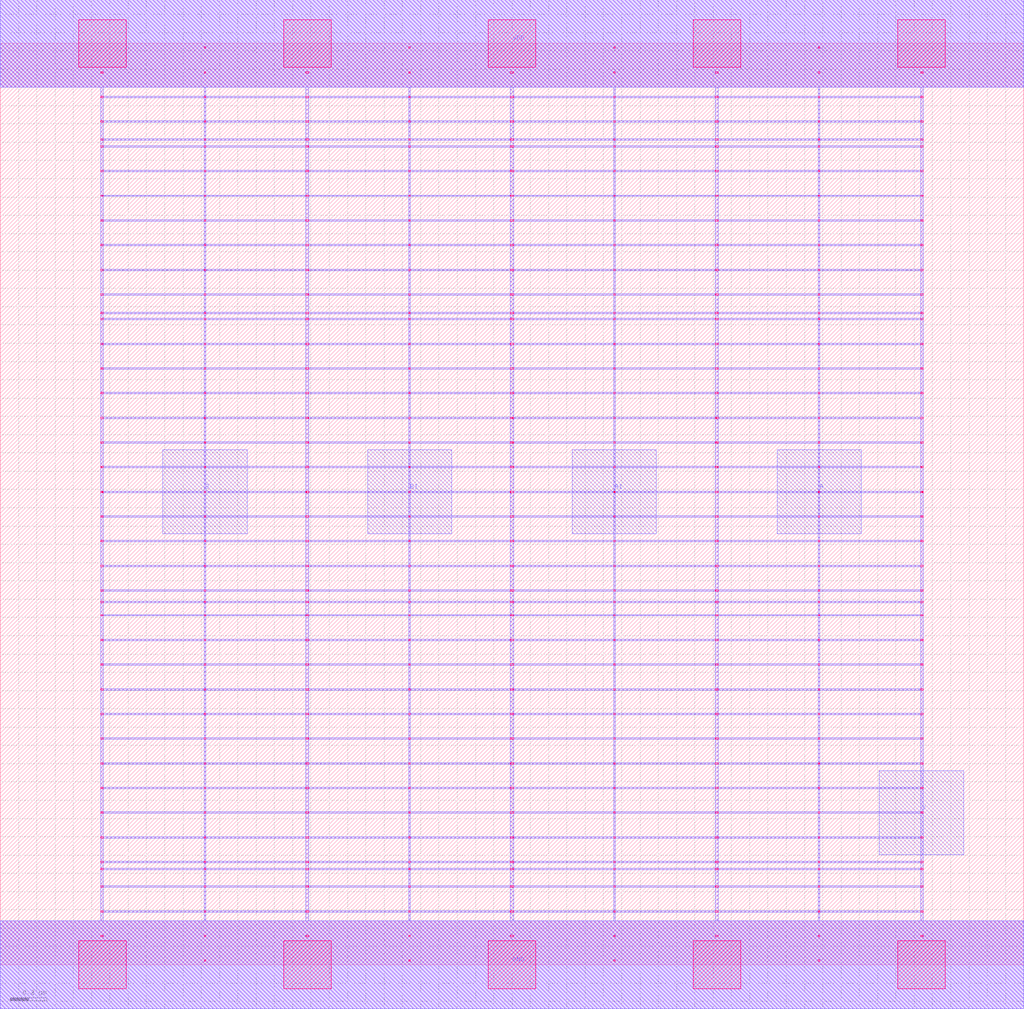
<source format=lef>
MACRO AAOI22_DEBUG
 CLASS CORE ;
 FOREIGN AAOI22_DEBUG 0 0 ;
 SIZE 5.6000000000000005 BY 5.04 ;
 ORIGIN 0 0 ;
 SYMMETRY X Y R90 ;
 SITE unit ;
  PIN VDD
   DIRECTION INOUT ;
   USE SIGNAL ;
   SHAPE ABUTMENT ;
    PORT
     CLASS CORE ;
       LAYER met1 ;
        RECT 0.00000000 4.80000000 5.60000000 5.28000000 ;
       LAYER met2 ;
        RECT 0.00000000 4.80000000 5.60000000 5.28000000 ;
    END
  END VDD

  PIN GND
   DIRECTION INOUT ;
   USE SIGNAL ;
   SHAPE ABUTMENT ;
    PORT
     CLASS CORE ;
       LAYER met1 ;
        RECT 0.00000000 -0.24000000 5.60000000 0.24000000 ;
       LAYER met2 ;
        RECT 0.00000000 -0.24000000 5.60000000 0.24000000 ;
    END
  END GND

  PIN Y
   DIRECTION INOUT ;
   USE SIGNAL ;
   SHAPE ABUTMENT ;
    PORT
     CLASS CORE ;
       LAYER met2 ;
        RECT 4.81000000 0.60200000 5.27000000 1.06200000 ;
    END
  END Y

  PIN B
   DIRECTION INOUT ;
   USE SIGNAL ;
   SHAPE ABUTMENT ;
    PORT
     CLASS CORE ;
       LAYER met2 ;
        RECT 0.89000000 2.35700000 1.35000000 2.81700000 ;
    END
  END B

  PIN A1
   DIRECTION INOUT ;
   USE SIGNAL ;
   SHAPE ABUTMENT ;
    PORT
     CLASS CORE ;
       LAYER met2 ;
        RECT 3.13000000 2.35700000 3.59000000 2.81700000 ;
    END
  END A1

  PIN B1
   DIRECTION INOUT ;
   USE SIGNAL ;
   SHAPE ABUTMENT ;
    PORT
     CLASS CORE ;
       LAYER met2 ;
        RECT 2.01000000 2.35700000 2.47000000 2.81700000 ;
    END
  END B1

  PIN A
   DIRECTION INOUT ;
   USE SIGNAL ;
   SHAPE ABUTMENT ;
    PORT
     CLASS CORE ;
       LAYER met2 ;
        RECT 4.25000000 2.35700000 4.71000000 2.81700000 ;
    END
  END A

 OBS
    LAYER polycont ;
     RECT 0.55100000 2.58300000 0.56400000 2.59100000 ;
     RECT 1.11600000 2.58300000 1.12400000 2.59100000 ;
     RECT 1.67100000 2.58300000 1.68900000 2.59100000 ;
     RECT 2.23600000 2.58300000 2.24400000 2.59100000 ;
     RECT 2.79100000 2.58300000 2.80900000 2.59100000 ;
     RECT 3.35600000 2.58300000 3.36400000 2.59100000 ;
     RECT 3.91100000 2.58300000 3.92900000 2.59100000 ;
     RECT 4.47600000 2.58300000 4.48400000 2.59100000 ;
     RECT 5.03600000 2.58300000 5.04900000 2.59100000 ;
     RECT 0.55100000 2.71800000 0.56400000 2.72600000 ;
     RECT 1.11600000 2.71800000 1.12400000 2.72600000 ;
     RECT 1.67100000 2.71800000 1.68900000 2.72600000 ;
     RECT 2.23600000 2.71800000 2.24400000 2.72600000 ;
     RECT 2.79100000 2.71800000 2.80900000 2.72600000 ;
     RECT 3.35600000 2.71800000 3.36400000 2.72600000 ;
     RECT 3.91100000 2.71800000 3.92900000 2.72600000 ;
     RECT 4.47600000 2.71800000 4.48400000 2.72600000 ;
     RECT 5.03600000 2.71800000 5.04900000 2.72600000 ;
     RECT 0.55100000 2.85300000 0.56400000 2.86100000 ;
     RECT 1.11600000 2.85300000 1.12400000 2.86100000 ;
     RECT 1.67100000 2.85300000 1.68900000 2.86100000 ;
     RECT 2.23600000 2.85300000 2.24400000 2.86100000 ;
     RECT 2.79100000 2.85300000 2.80900000 2.86100000 ;
     RECT 3.35600000 2.85300000 3.36400000 2.86100000 ;
     RECT 3.91100000 2.85300000 3.92900000 2.86100000 ;
     RECT 4.47600000 2.85300000 4.48400000 2.86100000 ;
     RECT 5.03600000 2.85300000 5.04900000 2.86100000 ;
     RECT 0.55100000 2.98800000 0.56400000 2.99600000 ;
     RECT 1.11600000 2.98800000 1.12400000 2.99600000 ;
     RECT 1.67100000 2.98800000 1.68900000 2.99600000 ;
     RECT 2.23600000 2.98800000 2.24400000 2.99600000 ;
     RECT 2.79100000 2.98800000 2.80900000 2.99600000 ;
     RECT 3.35600000 2.98800000 3.36400000 2.99600000 ;
     RECT 3.91100000 2.98800000 3.92900000 2.99600000 ;
     RECT 4.47600000 2.98800000 4.48400000 2.99600000 ;
     RECT 5.03600000 2.98800000 5.04900000 2.99600000 ;

    LAYER pdiffc ;
     RECT 0.55100000 3.39300000 0.55900000 3.40100000 ;
     RECT 5.04100000 3.39300000 5.04900000 3.40100000 ;
     RECT 0.55100000 3.52800000 0.55900000 3.53600000 ;
     RECT 5.04100000 3.52800000 5.04900000 3.53600000 ;
     RECT 0.55100000 3.56100000 0.55900000 3.56900000 ;
     RECT 5.04100000 3.56100000 5.04900000 3.56900000 ;
     RECT 0.55100000 3.66300000 0.55900000 3.67100000 ;
     RECT 5.04100000 3.66300000 5.04900000 3.67100000 ;
     RECT 0.55100000 3.79800000 0.55900000 3.80600000 ;
     RECT 5.04100000 3.79800000 5.04900000 3.80600000 ;
     RECT 0.55100000 3.93300000 0.55900000 3.94100000 ;
     RECT 5.04100000 3.93300000 5.04900000 3.94100000 ;
     RECT 0.55100000 4.06800000 0.55900000 4.07600000 ;
     RECT 5.04100000 4.06800000 5.04900000 4.07600000 ;
     RECT 0.55100000 4.20300000 0.55900000 4.21100000 ;
     RECT 5.04100000 4.20300000 5.04900000 4.21100000 ;
     RECT 0.55100000 4.33800000 0.55900000 4.34600000 ;
     RECT 5.04100000 4.33800000 5.04900000 4.34600000 ;
     RECT 0.55100000 4.47300000 0.55900000 4.48100000 ;
     RECT 5.04100000 4.47300000 5.04900000 4.48100000 ;
     RECT 0.55100000 4.51100000 0.55900000 4.51900000 ;
     RECT 5.04100000 4.51100000 5.04900000 4.51900000 ;
     RECT 0.55100000 4.60800000 0.55900000 4.61600000 ;
     RECT 5.04100000 4.60800000 5.04900000 4.61600000 ;

    LAYER ndiffc ;
     RECT 0.55100000 0.42300000 0.56400000 0.43100000 ;
     RECT 1.67100000 0.42300000 1.68900000 0.43100000 ;
     RECT 2.79100000 0.42300000 2.80900000 0.43100000 ;
     RECT 3.91100000 0.42300000 3.92900000 0.43100000 ;
     RECT 5.03600000 0.42300000 5.04900000 0.43100000 ;
     RECT 0.55100000 0.52100000 0.56400000 0.52900000 ;
     RECT 1.67100000 0.52100000 1.68900000 0.52900000 ;
     RECT 2.79100000 0.52100000 2.80900000 0.52900000 ;
     RECT 3.91100000 0.52100000 3.92900000 0.52900000 ;
     RECT 5.03600000 0.52100000 5.04900000 0.52900000 ;
     RECT 0.55100000 0.55800000 0.56400000 0.56600000 ;
     RECT 1.67100000 0.55800000 1.68900000 0.56600000 ;
     RECT 2.79100000 0.55800000 2.80900000 0.56600000 ;
     RECT 3.91100000 0.55800000 3.92900000 0.56600000 ;
     RECT 5.03600000 0.55800000 5.04900000 0.56600000 ;
     RECT 0.55100000 0.69300000 0.56400000 0.70100000 ;
     RECT 1.67100000 0.69300000 1.68900000 0.70100000 ;
     RECT 2.79100000 0.69300000 2.80900000 0.70100000 ;
     RECT 3.91100000 0.69300000 3.92900000 0.70100000 ;
     RECT 5.03600000 0.69300000 5.04900000 0.70100000 ;
     RECT 0.55100000 0.82800000 0.56400000 0.83600000 ;
     RECT 1.67100000 0.82800000 1.68900000 0.83600000 ;
     RECT 2.79100000 0.82800000 2.80900000 0.83600000 ;
     RECT 3.91100000 0.82800000 3.92900000 0.83600000 ;
     RECT 5.03600000 0.82800000 5.04900000 0.83600000 ;
     RECT 0.55100000 0.96300000 0.56400000 0.97100000 ;
     RECT 1.67100000 0.96300000 1.68900000 0.97100000 ;
     RECT 2.79100000 0.96300000 2.80900000 0.97100000 ;
     RECT 3.91100000 0.96300000 3.92900000 0.97100000 ;
     RECT 5.03600000 0.96300000 5.04900000 0.97100000 ;
     RECT 0.55100000 1.09800000 0.56400000 1.10600000 ;
     RECT 1.67100000 1.09800000 1.68900000 1.10600000 ;
     RECT 2.79100000 1.09800000 2.80900000 1.10600000 ;
     RECT 3.91100000 1.09800000 3.92900000 1.10600000 ;
     RECT 5.03600000 1.09800000 5.04900000 1.10600000 ;
     RECT 0.55100000 1.23300000 0.56400000 1.24100000 ;
     RECT 1.67100000 1.23300000 1.68900000 1.24100000 ;
     RECT 2.79100000 1.23300000 2.80900000 1.24100000 ;
     RECT 3.91100000 1.23300000 3.92900000 1.24100000 ;
     RECT 5.03600000 1.23300000 5.04900000 1.24100000 ;
     RECT 0.55100000 1.36800000 0.56400000 1.37600000 ;
     RECT 1.67100000 1.36800000 1.68900000 1.37600000 ;
     RECT 2.79100000 1.36800000 2.80900000 1.37600000 ;
     RECT 3.91100000 1.36800000 3.92900000 1.37600000 ;
     RECT 5.03600000 1.36800000 5.04900000 1.37600000 ;
     RECT 0.55100000 1.50300000 0.56400000 1.51100000 ;
     RECT 1.67100000 1.50300000 1.68900000 1.51100000 ;
     RECT 2.79100000 1.50300000 2.80900000 1.51100000 ;
     RECT 3.91100000 1.50300000 3.92900000 1.51100000 ;
     RECT 5.03600000 1.50300000 5.04900000 1.51100000 ;
     RECT 0.55100000 1.63800000 0.56400000 1.64600000 ;
     RECT 1.67100000 1.63800000 1.68900000 1.64600000 ;
     RECT 2.79100000 1.63800000 2.80900000 1.64600000 ;
     RECT 3.91100000 1.63800000 3.92900000 1.64600000 ;
     RECT 5.03600000 1.63800000 5.04900000 1.64600000 ;
     RECT 0.55100000 1.77300000 0.56400000 1.78100000 ;
     RECT 1.67100000 1.77300000 1.68900000 1.78100000 ;
     RECT 2.79100000 1.77300000 2.80900000 1.78100000 ;
     RECT 3.91100000 1.77300000 3.92900000 1.78100000 ;
     RECT 5.03600000 1.77300000 5.04900000 1.78100000 ;
     RECT 0.55100000 1.90800000 0.56400000 1.91600000 ;
     RECT 1.67100000 1.90800000 1.68900000 1.91600000 ;
     RECT 2.79100000 1.90800000 2.80900000 1.91600000 ;
     RECT 3.91100000 1.90800000 3.92900000 1.91600000 ;
     RECT 5.03600000 1.90800000 5.04900000 1.91600000 ;
     RECT 0.55100000 1.98100000 0.56400000 1.98900000 ;
     RECT 1.67100000 1.98100000 1.68900000 1.98900000 ;
     RECT 2.79100000 1.98100000 2.80900000 1.98900000 ;
     RECT 3.91100000 1.98100000 3.92900000 1.98900000 ;
     RECT 5.03600000 1.98100000 5.04900000 1.98900000 ;
     RECT 0.55100000 2.04300000 0.56400000 2.05100000 ;
     RECT 1.67100000 2.04300000 1.68900000 2.05100000 ;
     RECT 2.79100000 2.04300000 2.80900000 2.05100000 ;
     RECT 3.91100000 2.04300000 3.92900000 2.05100000 ;
     RECT 5.03600000 2.04300000 5.04900000 2.05100000 ;

    LAYER met1 ;
     RECT 0.00000000 -0.24000000 5.60000000 0.24000000 ;
     RECT 2.79100000 0.24000000 2.80900000 0.28800000 ;
     RECT 0.55100000 0.28800000 5.04900000 0.29600000 ;
     RECT 2.79100000 0.29600000 2.80900000 0.42300000 ;
     RECT 0.55100000 0.42300000 5.04900000 0.43100000 ;
     RECT 2.79100000 0.43100000 2.80900000 0.52100000 ;
     RECT 0.55100000 0.52100000 5.04900000 0.52900000 ;
     RECT 2.79100000 0.52900000 2.80900000 0.55800000 ;
     RECT 0.55100000 0.55800000 5.04900000 0.56600000 ;
     RECT 2.79100000 0.56600000 2.80900000 0.69300000 ;
     RECT 0.55100000 0.69300000 5.04900000 0.70100000 ;
     RECT 2.79100000 0.70100000 2.80900000 0.82800000 ;
     RECT 0.55100000 0.82800000 5.04900000 0.83600000 ;
     RECT 2.79100000 0.83600000 2.80900000 0.96300000 ;
     RECT 0.55100000 0.96300000 5.04900000 0.97100000 ;
     RECT 2.79100000 0.97100000 2.80900000 1.09800000 ;
     RECT 0.55100000 1.09800000 5.04900000 1.10600000 ;
     RECT 2.79100000 1.10600000 2.80900000 1.23300000 ;
     RECT 0.55100000 1.23300000 5.04900000 1.24100000 ;
     RECT 2.79100000 1.24100000 2.80900000 1.36800000 ;
     RECT 0.55100000 1.36800000 5.04900000 1.37600000 ;
     RECT 2.79100000 1.37600000 2.80900000 1.50300000 ;
     RECT 0.55100000 1.50300000 5.04900000 1.51100000 ;
     RECT 2.79100000 1.51100000 2.80900000 1.63800000 ;
     RECT 0.55100000 1.63800000 5.04900000 1.64600000 ;
     RECT 2.79100000 1.64600000 2.80900000 1.77300000 ;
     RECT 0.55100000 1.77300000 5.04900000 1.78100000 ;
     RECT 2.79100000 1.78100000 2.80900000 1.90800000 ;
     RECT 0.55100000 1.90800000 5.04900000 1.91600000 ;
     RECT 2.79100000 1.91600000 2.80900000 1.98100000 ;
     RECT 0.55100000 1.98100000 5.04900000 1.98900000 ;
     RECT 2.79100000 1.98900000 2.80900000 2.04300000 ;
     RECT 0.55100000 2.04300000 5.04900000 2.05100000 ;
     RECT 2.79100000 2.05100000 2.80900000 2.17800000 ;
     RECT 0.55100000 2.17800000 5.04900000 2.18600000 ;
     RECT 2.79100000 2.18600000 2.80900000 2.31300000 ;
     RECT 0.55100000 2.31300000 5.04900000 2.32100000 ;
     RECT 2.79100000 2.32100000 2.80900000 2.44800000 ;
     RECT 0.55100000 2.44800000 5.04900000 2.45600000 ;
     RECT 0.55100000 2.45600000 0.56400000 2.58300000 ;
     RECT 1.11600000 2.45600000 1.12400000 2.58300000 ;
     RECT 1.67100000 2.45600000 1.68900000 2.58300000 ;
     RECT 2.23600000 2.45600000 2.24400000 2.58300000 ;
     RECT 2.79100000 2.45600000 2.80900000 2.58300000 ;
     RECT 3.35600000 2.45600000 3.36400000 2.58300000 ;
     RECT 3.91100000 2.45600000 3.92900000 2.58300000 ;
     RECT 4.47600000 2.45600000 4.48400000 2.58300000 ;
     RECT 5.03600000 2.45600000 5.04900000 2.58300000 ;
     RECT 0.55100000 2.58300000 5.04900000 2.59100000 ;
     RECT 2.79100000 2.59100000 2.80900000 2.71800000 ;
     RECT 0.55100000 2.71800000 5.04900000 2.72600000 ;
     RECT 2.79100000 2.72600000 2.80900000 2.85300000 ;
     RECT 0.55100000 2.85300000 5.04900000 2.86100000 ;
     RECT 2.79100000 2.86100000 2.80900000 2.98800000 ;
     RECT 0.55100000 2.98800000 5.04900000 2.99600000 ;
     RECT 2.79100000 2.99600000 2.80900000 3.12300000 ;
     RECT 0.55100000 3.12300000 5.04900000 3.13100000 ;
     RECT 2.79100000 3.13100000 2.80900000 3.25800000 ;
     RECT 0.55100000 3.25800000 5.04900000 3.26600000 ;
     RECT 2.79100000 3.26600000 2.80900000 3.39300000 ;
     RECT 0.55100000 3.39300000 5.04900000 3.40100000 ;
     RECT 2.79100000 3.40100000 2.80900000 3.52800000 ;
     RECT 0.55100000 3.52800000 5.04900000 3.53600000 ;
     RECT 2.79100000 3.53600000 2.80900000 3.56100000 ;
     RECT 0.55100000 3.56100000 5.04900000 3.56900000 ;
     RECT 2.79100000 3.56900000 2.80900000 3.66300000 ;
     RECT 0.55100000 3.66300000 5.04900000 3.67100000 ;
     RECT 2.79100000 3.67100000 2.80900000 3.79800000 ;
     RECT 0.55100000 3.79800000 5.04900000 3.80600000 ;
     RECT 2.79100000 3.80600000 2.80900000 3.93300000 ;
     RECT 0.55100000 3.93300000 5.04900000 3.94100000 ;
     RECT 2.79100000 3.94100000 2.80900000 4.06800000 ;
     RECT 0.55100000 4.06800000 5.04900000 4.07600000 ;
     RECT 2.79100000 4.07600000 2.80900000 4.20300000 ;
     RECT 0.55100000 4.20300000 5.04900000 4.21100000 ;
     RECT 2.79100000 4.21100000 2.80900000 4.33800000 ;
     RECT 0.55100000 4.33800000 5.04900000 4.34600000 ;
     RECT 2.79100000 4.34600000 2.80900000 4.47300000 ;
     RECT 0.55100000 4.47300000 5.04900000 4.48100000 ;
     RECT 2.79100000 4.48100000 2.80900000 4.51100000 ;
     RECT 0.55100000 4.51100000 5.04900000 4.51900000 ;
     RECT 2.79100000 4.51900000 2.80900000 4.60800000 ;
     RECT 0.55100000 4.60800000 5.04900000 4.61600000 ;
     RECT 2.79100000 4.61600000 2.80900000 4.74300000 ;
     RECT 0.55100000 4.74300000 5.04900000 4.75100000 ;
     RECT 2.79100000 4.75100000 2.80900000 4.80000000 ;
     RECT 0.00000000 4.80000000 5.60000000 5.28000000 ;
     RECT 3.91100000 3.40100000 3.92900000 3.52800000 ;
     RECT 4.47600000 3.40100000 4.48400000 3.52800000 ;
     RECT 5.03600000 3.40100000 5.04900000 3.52800000 ;
     RECT 3.35600000 2.86100000 3.36400000 2.98800000 ;
     RECT 3.91100000 2.86100000 3.92900000 2.98800000 ;
     RECT 3.35600000 3.53600000 3.36400000 3.56100000 ;
     RECT 3.91100000 3.53600000 3.92900000 3.56100000 ;
     RECT 4.47600000 3.53600000 4.48400000 3.56100000 ;
     RECT 5.03600000 3.53600000 5.04900000 3.56100000 ;
     RECT 4.47600000 2.86100000 4.48400000 2.98800000 ;
     RECT 5.03600000 2.86100000 5.04900000 2.98800000 ;
     RECT 3.35600000 3.56900000 3.36400000 3.66300000 ;
     RECT 3.91100000 3.56900000 3.92900000 3.66300000 ;
     RECT 4.47600000 3.56900000 4.48400000 3.66300000 ;
     RECT 5.03600000 3.56900000 5.04900000 3.66300000 ;
     RECT 3.35600000 2.59100000 3.36400000 2.71800000 ;
     RECT 3.91100000 2.59100000 3.92900000 2.71800000 ;
     RECT 3.35600000 3.67100000 3.36400000 3.79800000 ;
     RECT 3.91100000 3.67100000 3.92900000 3.79800000 ;
     RECT 4.47600000 3.67100000 4.48400000 3.79800000 ;
     RECT 5.03600000 3.67100000 5.04900000 3.79800000 ;
     RECT 3.35600000 2.99600000 3.36400000 3.12300000 ;
     RECT 3.91100000 2.99600000 3.92900000 3.12300000 ;
     RECT 3.35600000 3.80600000 3.36400000 3.93300000 ;
     RECT 3.91100000 3.80600000 3.92900000 3.93300000 ;
     RECT 4.47600000 3.80600000 4.48400000 3.93300000 ;
     RECT 5.03600000 3.80600000 5.04900000 3.93300000 ;
     RECT 4.47600000 2.99600000 4.48400000 3.12300000 ;
     RECT 5.03600000 2.99600000 5.04900000 3.12300000 ;
     RECT 3.35600000 3.94100000 3.36400000 4.06800000 ;
     RECT 3.91100000 3.94100000 3.92900000 4.06800000 ;
     RECT 4.47600000 3.94100000 4.48400000 4.06800000 ;
     RECT 5.03600000 3.94100000 5.04900000 4.06800000 ;
     RECT 3.35600000 2.72600000 3.36400000 2.85300000 ;
     RECT 3.91100000 2.72600000 3.92900000 2.85300000 ;
     RECT 3.35600000 4.07600000 3.36400000 4.20300000 ;
     RECT 3.91100000 4.07600000 3.92900000 4.20300000 ;
     RECT 4.47600000 4.07600000 4.48400000 4.20300000 ;
     RECT 5.03600000 4.07600000 5.04900000 4.20300000 ;
     RECT 3.35600000 3.13100000 3.36400000 3.25800000 ;
     RECT 3.91100000 3.13100000 3.92900000 3.25800000 ;
     RECT 3.35600000 4.21100000 3.36400000 4.33800000 ;
     RECT 3.91100000 4.21100000 3.92900000 4.33800000 ;
     RECT 4.47600000 4.21100000 4.48400000 4.33800000 ;
     RECT 5.03600000 4.21100000 5.04900000 4.33800000 ;
     RECT 4.47600000 3.13100000 4.48400000 3.25800000 ;
     RECT 5.03600000 3.13100000 5.04900000 3.25800000 ;
     RECT 3.35600000 4.34600000 3.36400000 4.47300000 ;
     RECT 3.91100000 4.34600000 3.92900000 4.47300000 ;
     RECT 4.47600000 4.34600000 4.48400000 4.47300000 ;
     RECT 5.03600000 4.34600000 5.04900000 4.47300000 ;
     RECT 4.47600000 2.72600000 4.48400000 2.85300000 ;
     RECT 5.03600000 2.72600000 5.04900000 2.85300000 ;
     RECT 3.35600000 4.48100000 3.36400000 4.51100000 ;
     RECT 3.91100000 4.48100000 3.92900000 4.51100000 ;
     RECT 4.47600000 4.48100000 4.48400000 4.51100000 ;
     RECT 5.03600000 4.48100000 5.04900000 4.51100000 ;
     RECT 3.35600000 3.26600000 3.36400000 3.39300000 ;
     RECT 3.91100000 3.26600000 3.92900000 3.39300000 ;
     RECT 3.35600000 4.51900000 3.36400000 4.60800000 ;
     RECT 3.91100000 4.51900000 3.92900000 4.60800000 ;
     RECT 4.47600000 4.51900000 4.48400000 4.60800000 ;
     RECT 5.03600000 4.51900000 5.04900000 4.60800000 ;
     RECT 4.47600000 3.26600000 4.48400000 3.39300000 ;
     RECT 5.03600000 3.26600000 5.04900000 3.39300000 ;
     RECT 3.35600000 4.61600000 3.36400000 4.74300000 ;
     RECT 3.91100000 4.61600000 3.92900000 4.74300000 ;
     RECT 4.47600000 4.61600000 4.48400000 4.74300000 ;
     RECT 5.03600000 4.61600000 5.04900000 4.74300000 ;
     RECT 4.47600000 2.59100000 4.48400000 2.71800000 ;
     RECT 5.03600000 2.59100000 5.04900000 2.71800000 ;
     RECT 3.35600000 4.75100000 3.36400000 4.80000000 ;
     RECT 3.91100000 4.75100000 3.92900000 4.80000000 ;
     RECT 4.47600000 4.75100000 4.48400000 4.80000000 ;
     RECT 5.03600000 4.75100000 5.04900000 4.80000000 ;
     RECT 3.35600000 3.40100000 3.36400000 3.52800000 ;
     RECT 1.67100000 2.86100000 1.68900000 2.98800000 ;
     RECT 2.23600000 2.86100000 2.24400000 2.98800000 ;
     RECT 0.55100000 3.13100000 0.56400000 3.25800000 ;
     RECT 1.11600000 3.13100000 1.12400000 3.25800000 ;
     RECT 0.55100000 3.53600000 0.56400000 3.56100000 ;
     RECT 1.11600000 3.53600000 1.12400000 3.56100000 ;
     RECT 0.55100000 4.07600000 0.56400000 4.20300000 ;
     RECT 1.11600000 4.07600000 1.12400000 4.20300000 ;
     RECT 1.67100000 4.07600000 1.68900000 4.20300000 ;
     RECT 2.23600000 4.07600000 2.24400000 4.20300000 ;
     RECT 1.67100000 3.53600000 1.68900000 3.56100000 ;
     RECT 2.23600000 3.53600000 2.24400000 3.56100000 ;
     RECT 1.67100000 3.13100000 1.68900000 3.25800000 ;
     RECT 2.23600000 3.13100000 2.24400000 3.25800000 ;
     RECT 1.67100000 2.72600000 1.68900000 2.85300000 ;
     RECT 2.23600000 2.72600000 2.24400000 2.85300000 ;
     RECT 0.55100000 4.21100000 0.56400000 4.33800000 ;
     RECT 1.11600000 4.21100000 1.12400000 4.33800000 ;
     RECT 1.67100000 4.21100000 1.68900000 4.33800000 ;
     RECT 2.23600000 4.21100000 2.24400000 4.33800000 ;
     RECT 1.67100000 2.59100000 1.68900000 2.71800000 ;
     RECT 2.23600000 2.59100000 2.24400000 2.71800000 ;
     RECT 0.55100000 3.56900000 0.56400000 3.66300000 ;
     RECT 1.11600000 3.56900000 1.12400000 3.66300000 ;
     RECT 1.67100000 3.56900000 1.68900000 3.66300000 ;
     RECT 2.23600000 3.56900000 2.24400000 3.66300000 ;
     RECT 0.55100000 4.34600000 0.56400000 4.47300000 ;
     RECT 1.11600000 4.34600000 1.12400000 4.47300000 ;
     RECT 1.67100000 4.34600000 1.68900000 4.47300000 ;
     RECT 2.23600000 4.34600000 2.24400000 4.47300000 ;
     RECT 0.55100000 2.59100000 0.56400000 2.71800000 ;
     RECT 1.11600000 2.59100000 1.12400000 2.71800000 ;
     RECT 0.55100000 3.26600000 0.56400000 3.39300000 ;
     RECT 1.11600000 3.26600000 1.12400000 3.39300000 ;
     RECT 1.67100000 3.26600000 1.68900000 3.39300000 ;
     RECT 2.23600000 3.26600000 2.24400000 3.39300000 ;
     RECT 0.55100000 4.48100000 0.56400000 4.51100000 ;
     RECT 1.11600000 4.48100000 1.12400000 4.51100000 ;
     RECT 1.67100000 4.48100000 1.68900000 4.51100000 ;
     RECT 2.23600000 4.48100000 2.24400000 4.51100000 ;
     RECT 0.55100000 3.67100000 0.56400000 3.79800000 ;
     RECT 1.11600000 3.67100000 1.12400000 3.79800000 ;
     RECT 1.67100000 3.67100000 1.68900000 3.79800000 ;
     RECT 2.23600000 3.67100000 2.24400000 3.79800000 ;
     RECT 0.55100000 2.99600000 0.56400000 3.12300000 ;
     RECT 1.11600000 2.99600000 1.12400000 3.12300000 ;
     RECT 0.55100000 4.51900000 0.56400000 4.60800000 ;
     RECT 1.11600000 4.51900000 1.12400000 4.60800000 ;
     RECT 1.67100000 4.51900000 1.68900000 4.60800000 ;
     RECT 2.23600000 4.51900000 2.24400000 4.60800000 ;
     RECT 1.67100000 2.99600000 1.68900000 3.12300000 ;
     RECT 2.23600000 2.99600000 2.24400000 3.12300000 ;
     RECT 0.55100000 2.72600000 0.56400000 2.85300000 ;
     RECT 1.11600000 2.72600000 1.12400000 2.85300000 ;
     RECT 0.55100000 3.80600000 0.56400000 3.93300000 ;
     RECT 1.11600000 3.80600000 1.12400000 3.93300000 ;
     RECT 0.55100000 4.61600000 0.56400000 4.74300000 ;
     RECT 1.11600000 4.61600000 1.12400000 4.74300000 ;
     RECT 1.67100000 4.61600000 1.68900000 4.74300000 ;
     RECT 2.23600000 4.61600000 2.24400000 4.74300000 ;
     RECT 1.67100000 3.80600000 1.68900000 3.93300000 ;
     RECT 2.23600000 3.80600000 2.24400000 3.93300000 ;
     RECT 0.55100000 3.40100000 0.56400000 3.52800000 ;
     RECT 1.11600000 3.40100000 1.12400000 3.52800000 ;
     RECT 1.67100000 3.40100000 1.68900000 3.52800000 ;
     RECT 2.23600000 3.40100000 2.24400000 3.52800000 ;
     RECT 0.55100000 4.75100000 0.56400000 4.80000000 ;
     RECT 1.11600000 4.75100000 1.12400000 4.80000000 ;
     RECT 1.67100000 4.75100000 1.68900000 4.80000000 ;
     RECT 2.23600000 4.75100000 2.24400000 4.80000000 ;
     RECT 0.55100000 2.86100000 0.56400000 2.98800000 ;
     RECT 1.11600000 2.86100000 1.12400000 2.98800000 ;
     RECT 0.55100000 3.94100000 0.56400000 4.06800000 ;
     RECT 1.11600000 3.94100000 1.12400000 4.06800000 ;
     RECT 1.67100000 3.94100000 1.68900000 4.06800000 ;
     RECT 2.23600000 3.94100000 2.24400000 4.06800000 ;
     RECT 1.67100000 1.91600000 1.68900000 1.98100000 ;
     RECT 2.23600000 1.91600000 2.24400000 1.98100000 ;
     RECT 1.67100000 0.29600000 1.68900000 0.42300000 ;
     RECT 2.23600000 0.29600000 2.24400000 0.42300000 ;
     RECT 0.55100000 1.98900000 0.56400000 2.04300000 ;
     RECT 1.11600000 1.98900000 1.12400000 2.04300000 ;
     RECT 1.67100000 1.98900000 1.68900000 2.04300000 ;
     RECT 2.23600000 1.98900000 2.24400000 2.04300000 ;
     RECT 0.55100000 0.70100000 0.56400000 0.82800000 ;
     RECT 1.11600000 0.70100000 1.12400000 0.82800000 ;
     RECT 0.55100000 2.05100000 0.56400000 2.17800000 ;
     RECT 1.11600000 2.05100000 1.12400000 2.17800000 ;
     RECT 1.67100000 2.05100000 1.68900000 2.17800000 ;
     RECT 2.23600000 2.05100000 2.24400000 2.17800000 ;
     RECT 1.67100000 0.70100000 1.68900000 0.82800000 ;
     RECT 2.23600000 0.70100000 2.24400000 0.82800000 ;
     RECT 0.55100000 2.18600000 0.56400000 2.31300000 ;
     RECT 1.11600000 2.18600000 1.12400000 2.31300000 ;
     RECT 1.67100000 2.18600000 1.68900000 2.31300000 ;
     RECT 2.23600000 2.18600000 2.24400000 2.31300000 ;
     RECT 1.67100000 0.24000000 1.68900000 0.28800000 ;
     RECT 2.23600000 0.24000000 2.24400000 0.28800000 ;
     RECT 0.55100000 2.32100000 0.56400000 2.44800000 ;
     RECT 1.11600000 2.32100000 1.12400000 2.44800000 ;
     RECT 1.67100000 2.32100000 1.68900000 2.44800000 ;
     RECT 2.23600000 2.32100000 2.24400000 2.44800000 ;
     RECT 0.55100000 0.83600000 0.56400000 0.96300000 ;
     RECT 1.11600000 0.83600000 1.12400000 0.96300000 ;
     RECT 1.67100000 0.83600000 1.68900000 0.96300000 ;
     RECT 2.23600000 0.83600000 2.24400000 0.96300000 ;
     RECT 0.55100000 0.43100000 0.56400000 0.52100000 ;
     RECT 1.11600000 0.43100000 1.12400000 0.52100000 ;
     RECT 0.55100000 0.97100000 0.56400000 1.09800000 ;
     RECT 1.11600000 0.97100000 1.12400000 1.09800000 ;
     RECT 1.67100000 0.97100000 1.68900000 1.09800000 ;
     RECT 2.23600000 0.97100000 2.24400000 1.09800000 ;
     RECT 1.67100000 0.43100000 1.68900000 0.52100000 ;
     RECT 2.23600000 0.43100000 2.24400000 0.52100000 ;
     RECT 0.55100000 1.10600000 0.56400000 1.23300000 ;
     RECT 1.11600000 1.10600000 1.12400000 1.23300000 ;
     RECT 1.67100000 1.10600000 1.68900000 1.23300000 ;
     RECT 2.23600000 1.10600000 2.24400000 1.23300000 ;
     RECT 0.55100000 0.24000000 0.56400000 0.28800000 ;
     RECT 1.11600000 0.24000000 1.12400000 0.28800000 ;
     RECT 0.55100000 1.24100000 0.56400000 1.36800000 ;
     RECT 1.11600000 1.24100000 1.12400000 1.36800000 ;
     RECT 1.67100000 1.24100000 1.68900000 1.36800000 ;
     RECT 2.23600000 1.24100000 2.24400000 1.36800000 ;
     RECT 0.55100000 0.52900000 0.56400000 0.55800000 ;
     RECT 1.11600000 0.52900000 1.12400000 0.55800000 ;
     RECT 0.55100000 1.37600000 0.56400000 1.50300000 ;
     RECT 1.11600000 1.37600000 1.12400000 1.50300000 ;
     RECT 1.67100000 1.37600000 1.68900000 1.50300000 ;
     RECT 2.23600000 1.37600000 2.24400000 1.50300000 ;
     RECT 1.67100000 0.52900000 1.68900000 0.55800000 ;
     RECT 2.23600000 0.52900000 2.24400000 0.55800000 ;
     RECT 0.55100000 1.51100000 0.56400000 1.63800000 ;
     RECT 1.11600000 1.51100000 1.12400000 1.63800000 ;
     RECT 1.67100000 1.51100000 1.68900000 1.63800000 ;
     RECT 2.23600000 1.51100000 2.24400000 1.63800000 ;
     RECT 0.55100000 0.29600000 0.56400000 0.42300000 ;
     RECT 1.11600000 0.29600000 1.12400000 0.42300000 ;
     RECT 0.55100000 1.64600000 0.56400000 1.77300000 ;
     RECT 1.11600000 1.64600000 1.12400000 1.77300000 ;
     RECT 1.67100000 1.64600000 1.68900000 1.77300000 ;
     RECT 2.23600000 1.64600000 2.24400000 1.77300000 ;
     RECT 0.55100000 0.56600000 0.56400000 0.69300000 ;
     RECT 1.11600000 0.56600000 1.12400000 0.69300000 ;
     RECT 0.55100000 1.78100000 0.56400000 1.90800000 ;
     RECT 1.11600000 1.78100000 1.12400000 1.90800000 ;
     RECT 1.67100000 1.78100000 1.68900000 1.90800000 ;
     RECT 2.23600000 1.78100000 2.24400000 1.90800000 ;
     RECT 1.67100000 0.56600000 1.68900000 0.69300000 ;
     RECT 2.23600000 0.56600000 2.24400000 0.69300000 ;
     RECT 0.55100000 1.91600000 0.56400000 1.98100000 ;
     RECT 1.11600000 1.91600000 1.12400000 1.98100000 ;
     RECT 5.03600000 1.24100000 5.04900000 1.36800000 ;
     RECT 3.35600000 0.52900000 3.36400000 0.55800000 ;
     RECT 3.91100000 0.52900000 3.92900000 0.55800000 ;
     RECT 3.35600000 2.05100000 3.36400000 2.17800000 ;
     RECT 3.91100000 2.05100000 3.92900000 2.17800000 ;
     RECT 4.47600000 2.05100000 4.48400000 2.17800000 ;
     RECT 5.03600000 2.05100000 5.04900000 2.17800000 ;
     RECT 4.47600000 0.52900000 4.48400000 0.55800000 ;
     RECT 5.03600000 0.52900000 5.04900000 0.55800000 ;
     RECT 3.35600000 0.29600000 3.36400000 0.42300000 ;
     RECT 3.91100000 0.29600000 3.92900000 0.42300000 ;
     RECT 3.35600000 1.37600000 3.36400000 1.50300000 ;
     RECT 3.91100000 1.37600000 3.92900000 1.50300000 ;
     RECT 3.35600000 2.18600000 3.36400000 2.31300000 ;
     RECT 3.91100000 2.18600000 3.92900000 2.31300000 ;
     RECT 4.47600000 2.18600000 4.48400000 2.31300000 ;
     RECT 5.03600000 2.18600000 5.04900000 2.31300000 ;
     RECT 4.47600000 1.37600000 4.48400000 1.50300000 ;
     RECT 5.03600000 1.37600000 5.04900000 1.50300000 ;
     RECT 3.35600000 0.83600000 3.36400000 0.96300000 ;
     RECT 3.91100000 0.83600000 3.92900000 0.96300000 ;
     RECT 4.47600000 0.83600000 4.48400000 0.96300000 ;
     RECT 5.03600000 0.83600000 5.04900000 0.96300000 ;
     RECT 3.35600000 2.32100000 3.36400000 2.44800000 ;
     RECT 3.91100000 2.32100000 3.92900000 2.44800000 ;
     RECT 4.47600000 2.32100000 4.48400000 2.44800000 ;
     RECT 5.03600000 2.32100000 5.04900000 2.44800000 ;
     RECT 3.35600000 0.43100000 3.36400000 0.52100000 ;
     RECT 3.91100000 0.43100000 3.92900000 0.52100000 ;
     RECT 3.35600000 1.51100000 3.36400000 1.63800000 ;
     RECT 3.91100000 1.51100000 3.92900000 1.63800000 ;
     RECT 4.47600000 1.51100000 4.48400000 1.63800000 ;
     RECT 5.03600000 1.51100000 5.04900000 1.63800000 ;
     RECT 4.47600000 0.43100000 4.48400000 0.52100000 ;
     RECT 5.03600000 0.43100000 5.04900000 0.52100000 ;
     RECT 3.35600000 0.56600000 3.36400000 0.69300000 ;
     RECT 3.91100000 0.56600000 3.92900000 0.69300000 ;
     RECT 3.35600000 0.97100000 3.36400000 1.09800000 ;
     RECT 3.91100000 0.97100000 3.92900000 1.09800000 ;
     RECT 3.35600000 1.64600000 3.36400000 1.77300000 ;
     RECT 3.91100000 1.64600000 3.92900000 1.77300000 ;
     RECT 4.47600000 1.64600000 4.48400000 1.77300000 ;
     RECT 5.03600000 1.64600000 5.04900000 1.77300000 ;
     RECT 4.47600000 0.97100000 4.48400000 1.09800000 ;
     RECT 5.03600000 0.97100000 5.04900000 1.09800000 ;
     RECT 4.47600000 0.56600000 4.48400000 0.69300000 ;
     RECT 5.03600000 0.56600000 5.04900000 0.69300000 ;
     RECT 4.47600000 0.29600000 4.48400000 0.42300000 ;
     RECT 5.03600000 0.29600000 5.04900000 0.42300000 ;
     RECT 3.35600000 1.78100000 3.36400000 1.90800000 ;
     RECT 3.91100000 1.78100000 3.92900000 1.90800000 ;
     RECT 4.47600000 1.78100000 4.48400000 1.90800000 ;
     RECT 5.03600000 1.78100000 5.04900000 1.90800000 ;
     RECT 4.47600000 0.24000000 4.48400000 0.28800000 ;
     RECT 5.03600000 0.24000000 5.04900000 0.28800000 ;
     RECT 3.35600000 1.10600000 3.36400000 1.23300000 ;
     RECT 3.91100000 1.10600000 3.92900000 1.23300000 ;
     RECT 4.47600000 1.10600000 4.48400000 1.23300000 ;
     RECT 5.03600000 1.10600000 5.04900000 1.23300000 ;
     RECT 3.35600000 1.91600000 3.36400000 1.98100000 ;
     RECT 3.91100000 1.91600000 3.92900000 1.98100000 ;
     RECT 4.47600000 1.91600000 4.48400000 1.98100000 ;
     RECT 5.03600000 1.91600000 5.04900000 1.98100000 ;
     RECT 3.35600000 0.24000000 3.36400000 0.28800000 ;
     RECT 3.91100000 0.24000000 3.92900000 0.28800000 ;
     RECT 3.35600000 0.70100000 3.36400000 0.82800000 ;
     RECT 3.91100000 0.70100000 3.92900000 0.82800000 ;
     RECT 4.47600000 0.70100000 4.48400000 0.82800000 ;
     RECT 5.03600000 0.70100000 5.04900000 0.82800000 ;
     RECT 3.35600000 1.98900000 3.36400000 2.04300000 ;
     RECT 3.91100000 1.98900000 3.92900000 2.04300000 ;
     RECT 4.47600000 1.98900000 4.48400000 2.04300000 ;
     RECT 5.03600000 1.98900000 5.04900000 2.04300000 ;
     RECT 3.35600000 1.24100000 3.36400000 1.36800000 ;
     RECT 3.91100000 1.24100000 3.92900000 1.36800000 ;
     RECT 4.47600000 1.24100000 4.48400000 1.36800000 ;

    LAYER via1 ;
     RECT 2.67000000 -0.13000000 2.93000000 0.13000000 ;
     RECT 2.79100000 0.15300000 2.80900000 0.16100000 ;
     RECT 2.79100000 0.28800000 2.80900000 0.29600000 ;
     RECT 2.79100000 0.42300000 2.80900000 0.43100000 ;
     RECT 2.79100000 0.52100000 2.80900000 0.52900000 ;
     RECT 2.79100000 0.55800000 2.80900000 0.56600000 ;
     RECT 2.79100000 0.69300000 2.80900000 0.70100000 ;
     RECT 2.79100000 0.82800000 2.80900000 0.83600000 ;
     RECT 2.79100000 0.96300000 2.80900000 0.97100000 ;
     RECT 2.79100000 1.09800000 2.80900000 1.10600000 ;
     RECT 2.79100000 1.23300000 2.80900000 1.24100000 ;
     RECT 2.79100000 1.36800000 2.80900000 1.37600000 ;
     RECT 2.79100000 1.50300000 2.80900000 1.51100000 ;
     RECT 2.79100000 1.63800000 2.80900000 1.64600000 ;
     RECT 2.79100000 1.77300000 2.80900000 1.78100000 ;
     RECT 2.79100000 1.90800000 2.80900000 1.91600000 ;
     RECT 2.79100000 1.98100000 2.80900000 1.98900000 ;
     RECT 2.79100000 2.04300000 2.80900000 2.05100000 ;
     RECT 2.79100000 2.17800000 2.80900000 2.18600000 ;
     RECT 2.79100000 2.31300000 2.80900000 2.32100000 ;
     RECT 2.79100000 2.44800000 2.80900000 2.45600000 ;
     RECT 2.79100000 2.58300000 2.80900000 2.59100000 ;
     RECT 2.79100000 2.71800000 2.80900000 2.72600000 ;
     RECT 2.79100000 2.85300000 2.80900000 2.86100000 ;
     RECT 2.79100000 2.98800000 2.80900000 2.99600000 ;
     RECT 2.79100000 3.12300000 2.80900000 3.13100000 ;
     RECT 2.79100000 3.25800000 2.80900000 3.26600000 ;
     RECT 2.79100000 3.39300000 2.80900000 3.40100000 ;
     RECT 2.79100000 3.52800000 2.80900000 3.53600000 ;
     RECT 2.79100000 3.56100000 2.80900000 3.56900000 ;
     RECT 2.79100000 3.66300000 2.80900000 3.67100000 ;
     RECT 2.79100000 3.79800000 2.80900000 3.80600000 ;
     RECT 2.79100000 3.93300000 2.80900000 3.94100000 ;
     RECT 2.79100000 4.06800000 2.80900000 4.07600000 ;
     RECT 2.79100000 4.20300000 2.80900000 4.21100000 ;
     RECT 2.79100000 4.33800000 2.80900000 4.34600000 ;
     RECT 2.79100000 4.47300000 2.80900000 4.48100000 ;
     RECT 2.79100000 4.51100000 2.80900000 4.51900000 ;
     RECT 2.79100000 4.60800000 2.80900000 4.61600000 ;
     RECT 2.79100000 4.74300000 2.80900000 4.75100000 ;
     RECT 2.79100000 4.87800000 2.80900000 4.88600000 ;
     RECT 2.67000000 4.91000000 2.93000000 5.17000000 ;
     RECT 3.35600000 3.12300000 3.36400000 3.13100000 ;
     RECT 3.91100000 3.12300000 3.92900000 3.13100000 ;
     RECT 4.47600000 3.12300000 4.48400000 3.13100000 ;
     RECT 5.03600000 3.12300000 5.04900000 3.13100000 ;
     RECT 3.35600000 2.58300000 3.36400000 2.59100000 ;
     RECT 3.35600000 3.25800000 3.36400000 3.26600000 ;
     RECT 3.91100000 3.25800000 3.92900000 3.26600000 ;
     RECT 4.47600000 3.25800000 4.48400000 3.26600000 ;
     RECT 5.03600000 3.25800000 5.04900000 3.26600000 ;
     RECT 3.35600000 2.71800000 3.36400000 2.72600000 ;
     RECT 3.35600000 3.39300000 3.36400000 3.40100000 ;
     RECT 3.91100000 3.39300000 3.92900000 3.40100000 ;
     RECT 4.47600000 3.39300000 4.48400000 3.40100000 ;
     RECT 5.03600000 3.39300000 5.04900000 3.40100000 ;
     RECT 3.91100000 2.71800000 3.92900000 2.72600000 ;
     RECT 3.35600000 3.52800000 3.36400000 3.53600000 ;
     RECT 3.91100000 3.52800000 3.92900000 3.53600000 ;
     RECT 4.47600000 3.52800000 4.48400000 3.53600000 ;
     RECT 5.03600000 3.52800000 5.04900000 3.53600000 ;
     RECT 4.47600000 2.71800000 4.48400000 2.72600000 ;
     RECT 3.35600000 3.56100000 3.36400000 3.56900000 ;
     RECT 3.91100000 3.56100000 3.92900000 3.56900000 ;
     RECT 4.47600000 3.56100000 4.48400000 3.56900000 ;
     RECT 5.03600000 3.56100000 5.04900000 3.56900000 ;
     RECT 5.03600000 2.71800000 5.04900000 2.72600000 ;
     RECT 3.35600000 3.66300000 3.36400000 3.67100000 ;
     RECT 3.91100000 3.66300000 3.92900000 3.67100000 ;
     RECT 4.47600000 3.66300000 4.48400000 3.67100000 ;
     RECT 5.03600000 3.66300000 5.04900000 3.67100000 ;
     RECT 3.91100000 2.58300000 3.92900000 2.59100000 ;
     RECT 3.35600000 3.79800000 3.36400000 3.80600000 ;
     RECT 3.91100000 3.79800000 3.92900000 3.80600000 ;
     RECT 4.47600000 3.79800000 4.48400000 3.80600000 ;
     RECT 5.03600000 3.79800000 5.04900000 3.80600000 ;
     RECT 3.35600000 2.85300000 3.36400000 2.86100000 ;
     RECT 3.35600000 3.93300000 3.36400000 3.94100000 ;
     RECT 3.91100000 3.93300000 3.92900000 3.94100000 ;
     RECT 4.47600000 3.93300000 4.48400000 3.94100000 ;
     RECT 5.03600000 3.93300000 5.04900000 3.94100000 ;
     RECT 3.91100000 2.85300000 3.92900000 2.86100000 ;
     RECT 3.35600000 4.06800000 3.36400000 4.07600000 ;
     RECT 3.91100000 4.06800000 3.92900000 4.07600000 ;
     RECT 4.47600000 4.06800000 4.48400000 4.07600000 ;
     RECT 5.03600000 4.06800000 5.04900000 4.07600000 ;
     RECT 4.47600000 2.85300000 4.48400000 2.86100000 ;
     RECT 3.35600000 4.20300000 3.36400000 4.21100000 ;
     RECT 3.91100000 4.20300000 3.92900000 4.21100000 ;
     RECT 4.47600000 4.20300000 4.48400000 4.21100000 ;
     RECT 5.03600000 4.20300000 5.04900000 4.21100000 ;
     RECT 5.03600000 2.85300000 5.04900000 2.86100000 ;
     RECT 3.35600000 4.33800000 3.36400000 4.34600000 ;
     RECT 3.91100000 4.33800000 3.92900000 4.34600000 ;
     RECT 4.47600000 4.33800000 4.48400000 4.34600000 ;
     RECT 5.03600000 4.33800000 5.04900000 4.34600000 ;
     RECT 4.47600000 2.58300000 4.48400000 2.59100000 ;
     RECT 3.35600000 4.47300000 3.36400000 4.48100000 ;
     RECT 3.91100000 4.47300000 3.92900000 4.48100000 ;
     RECT 4.47600000 4.47300000 4.48400000 4.48100000 ;
     RECT 5.03600000 4.47300000 5.04900000 4.48100000 ;
     RECT 3.35600000 2.98800000 3.36400000 2.99600000 ;
     RECT 3.35600000 4.51100000 3.36400000 4.51900000 ;
     RECT 3.91100000 4.51100000 3.92900000 4.51900000 ;
     RECT 4.47600000 4.51100000 4.48400000 4.51900000 ;
     RECT 5.03600000 4.51100000 5.04900000 4.51900000 ;
     RECT 3.91100000 2.98800000 3.92900000 2.99600000 ;
     RECT 3.35600000 4.60800000 3.36400000 4.61600000 ;
     RECT 3.91100000 4.60800000 3.92900000 4.61600000 ;
     RECT 4.47600000 4.60800000 4.48400000 4.61600000 ;
     RECT 5.03600000 4.60800000 5.04900000 4.61600000 ;
     RECT 4.47600000 2.98800000 4.48400000 2.99600000 ;
     RECT 3.35600000 4.74300000 3.36400000 4.75100000 ;
     RECT 3.91100000 4.74300000 3.92900000 4.75100000 ;
     RECT 4.47600000 4.74300000 4.48400000 4.75100000 ;
     RECT 5.03600000 4.74300000 5.04900000 4.75100000 ;
     RECT 5.03600000 2.98800000 5.04900000 2.99600000 ;
     RECT 3.35600000 4.87800000 3.36400000 4.88600000 ;
     RECT 3.91100000 4.87800000 3.92900000 4.88600000 ;
     RECT 4.47600000 4.87800000 4.48400000 4.88600000 ;
     RECT 5.03600000 4.87800000 5.04900000 4.88600000 ;
     RECT 3.35600000 5.01300000 3.36400000 5.02100000 ;
     RECT 4.47600000 5.01300000 4.48400000 5.02100000 ;
     RECT 5.03600000 2.58300000 5.04900000 2.59100000 ;
     RECT 3.79000000 4.91000000 4.05000000 5.17000000 ;
     RECT 4.91000000 4.91000000 5.17000000 5.17000000 ;
     RECT 2.23600000 3.39300000 2.24400000 3.40100000 ;
     RECT 2.23600000 2.98800000 2.24400000 2.99600000 ;
     RECT 2.23600000 2.58300000 2.24400000 2.59100000 ;
     RECT 0.55100000 4.06800000 0.56400000 4.07600000 ;
     RECT 1.11600000 4.06800000 1.12400000 4.07600000 ;
     RECT 1.67100000 4.06800000 1.68900000 4.07600000 ;
     RECT 2.23600000 4.06800000 2.24400000 4.07600000 ;
     RECT 0.55100000 2.58300000 0.56400000 2.59100000 ;
     RECT 0.55100000 2.71800000 0.56400000 2.72600000 ;
     RECT 0.55100000 2.85300000 0.56400000 2.86100000 ;
     RECT 0.55100000 3.52800000 0.56400000 3.53600000 ;
     RECT 1.11600000 3.52800000 1.12400000 3.53600000 ;
     RECT 0.55100000 4.20300000 0.56400000 4.21100000 ;
     RECT 1.11600000 4.20300000 1.12400000 4.21100000 ;
     RECT 1.67100000 4.20300000 1.68900000 4.21100000 ;
     RECT 2.23600000 4.20300000 2.24400000 4.21100000 ;
     RECT 1.67100000 3.52800000 1.68900000 3.53600000 ;
     RECT 2.23600000 3.52800000 2.24400000 3.53600000 ;
     RECT 1.11600000 2.85300000 1.12400000 2.86100000 ;
     RECT 0.55100000 3.12300000 0.56400000 3.13100000 ;
     RECT 1.11600000 3.12300000 1.12400000 3.13100000 ;
     RECT 0.55100000 4.33800000 0.56400000 4.34600000 ;
     RECT 1.11600000 4.33800000 1.12400000 4.34600000 ;
     RECT 1.67100000 4.33800000 1.68900000 4.34600000 ;
     RECT 2.23600000 4.33800000 2.24400000 4.34600000 ;
     RECT 1.67100000 3.12300000 1.68900000 3.13100000 ;
     RECT 2.23600000 3.12300000 2.24400000 3.13100000 ;
     RECT 0.55100000 3.56100000 0.56400000 3.56900000 ;
     RECT 1.11600000 3.56100000 1.12400000 3.56900000 ;
     RECT 1.67100000 3.56100000 1.68900000 3.56900000 ;
     RECT 0.55100000 4.47300000 0.56400000 4.48100000 ;
     RECT 1.11600000 4.47300000 1.12400000 4.48100000 ;
     RECT 1.67100000 4.47300000 1.68900000 4.48100000 ;
     RECT 2.23600000 4.47300000 2.24400000 4.48100000 ;
     RECT 2.23600000 3.56100000 2.24400000 3.56900000 ;
     RECT 1.67100000 2.85300000 1.68900000 2.86100000 ;
     RECT 2.23600000 2.85300000 2.24400000 2.86100000 ;
     RECT 1.11600000 2.71800000 1.12400000 2.72600000 ;
     RECT 1.67100000 2.71800000 1.68900000 2.72600000 ;
     RECT 0.55100000 4.51100000 0.56400000 4.51900000 ;
     RECT 1.11600000 4.51100000 1.12400000 4.51900000 ;
     RECT 1.67100000 4.51100000 1.68900000 4.51900000 ;
     RECT 2.23600000 4.51100000 2.24400000 4.51900000 ;
     RECT 2.23600000 2.71800000 2.24400000 2.72600000 ;
     RECT 0.55100000 3.66300000 0.56400000 3.67100000 ;
     RECT 1.11600000 3.66300000 1.12400000 3.67100000 ;
     RECT 1.67100000 3.66300000 1.68900000 3.67100000 ;
     RECT 2.23600000 3.66300000 2.24400000 3.67100000 ;
     RECT 0.55100000 4.60800000 0.56400000 4.61600000 ;
     RECT 1.11600000 4.60800000 1.12400000 4.61600000 ;
     RECT 1.67100000 4.60800000 1.68900000 4.61600000 ;
     RECT 2.23600000 4.60800000 2.24400000 4.61600000 ;
     RECT 0.55100000 3.25800000 0.56400000 3.26600000 ;
     RECT 1.11600000 3.25800000 1.12400000 3.26600000 ;
     RECT 1.67100000 3.25800000 1.68900000 3.26600000 ;
     RECT 2.23600000 3.25800000 2.24400000 3.26600000 ;
     RECT 1.11600000 2.58300000 1.12400000 2.59100000 ;
     RECT 0.55100000 4.74300000 0.56400000 4.75100000 ;
     RECT 1.11600000 4.74300000 1.12400000 4.75100000 ;
     RECT 1.67100000 4.74300000 1.68900000 4.75100000 ;
     RECT 2.23600000 4.74300000 2.24400000 4.75100000 ;
     RECT 0.55100000 3.79800000 0.56400000 3.80600000 ;
     RECT 1.11600000 3.79800000 1.12400000 3.80600000 ;
     RECT 1.67100000 3.79800000 1.68900000 3.80600000 ;
     RECT 2.23600000 3.79800000 2.24400000 3.80600000 ;
     RECT 1.67100000 2.58300000 1.68900000 2.59100000 ;
     RECT 0.55100000 4.87800000 0.56400000 4.88600000 ;
     RECT 1.11600000 4.87800000 1.12400000 4.88600000 ;
     RECT 1.67100000 4.87800000 1.68900000 4.88600000 ;
     RECT 2.23600000 4.87800000 2.24400000 4.88600000 ;
     RECT 0.55100000 2.98800000 0.56400000 2.99600000 ;
     RECT 1.11600000 2.98800000 1.12400000 2.99600000 ;
     RECT 1.67100000 2.98800000 1.68900000 2.99600000 ;
     RECT 0.55100000 3.39300000 0.56400000 3.40100000 ;
     RECT 0.55100000 3.93300000 0.56400000 3.94100000 ;
     RECT 1.11600000 5.01300000 1.12400000 5.02100000 ;
     RECT 2.23600000 5.01300000 2.24400000 5.02100000 ;
     RECT 1.11600000 3.93300000 1.12400000 3.94100000 ;
     RECT 1.67100000 3.93300000 1.68900000 3.94100000 ;
     RECT 0.43000000 4.91000000 0.69000000 5.17000000 ;
     RECT 1.55000000 4.91000000 1.81000000 5.17000000 ;
     RECT 2.23600000 3.93300000 2.24400000 3.94100000 ;
     RECT 1.11600000 3.39300000 1.12400000 3.40100000 ;
     RECT 1.67100000 3.39300000 1.68900000 3.40100000 ;
     RECT 1.67100000 0.96300000 1.68900000 0.97100000 ;
     RECT 2.23600000 0.96300000 2.24400000 0.97100000 ;
     RECT 2.23600000 0.15300000 2.24400000 0.16100000 ;
     RECT 0.55100000 1.09800000 0.56400000 1.10600000 ;
     RECT 1.11600000 1.09800000 1.12400000 1.10600000 ;
     RECT 1.67100000 1.09800000 1.68900000 1.10600000 ;
     RECT 2.23600000 1.09800000 2.24400000 1.10600000 ;
     RECT 2.23600000 0.01800000 2.24400000 0.02600000 ;
     RECT 0.55100000 1.23300000 0.56400000 1.24100000 ;
     RECT 1.11600000 1.23300000 1.12400000 1.24100000 ;
     RECT 1.67100000 1.23300000 1.68900000 1.24100000 ;
     RECT 2.23600000 1.23300000 2.24400000 1.24100000 ;
     RECT 0.55100000 0.28800000 0.56400000 0.29600000 ;
     RECT 0.55100000 1.36800000 0.56400000 1.37600000 ;
     RECT 1.11600000 1.36800000 1.12400000 1.37600000 ;
     RECT 1.67100000 1.36800000 1.68900000 1.37600000 ;
     RECT 2.23600000 1.36800000 2.24400000 1.37600000 ;
     RECT 1.11600000 0.28800000 1.12400000 0.29600000 ;
     RECT 0.55100000 1.50300000 0.56400000 1.51100000 ;
     RECT 1.11600000 1.50300000 1.12400000 1.51100000 ;
     RECT 1.67100000 1.50300000 1.68900000 1.51100000 ;
     RECT 2.23600000 1.50300000 2.24400000 1.51100000 ;
     RECT 1.67100000 0.28800000 1.68900000 0.29600000 ;
     RECT 0.55100000 1.63800000 0.56400000 1.64600000 ;
     RECT 1.11600000 1.63800000 1.12400000 1.64600000 ;
     RECT 1.67100000 1.63800000 1.68900000 1.64600000 ;
     RECT 2.23600000 1.63800000 2.24400000 1.64600000 ;
     RECT 2.23600000 0.28800000 2.24400000 0.29600000 ;
     RECT 0.55100000 1.77300000 0.56400000 1.78100000 ;
     RECT 1.11600000 1.77300000 1.12400000 1.78100000 ;
     RECT 1.67100000 1.77300000 1.68900000 1.78100000 ;
     RECT 2.23600000 1.77300000 2.24400000 1.78100000 ;
     RECT 0.43000000 -0.13000000 0.69000000 0.13000000 ;
     RECT 0.55100000 1.90800000 0.56400000 1.91600000 ;
     RECT 1.11600000 1.90800000 1.12400000 1.91600000 ;
     RECT 1.67100000 1.90800000 1.68900000 1.91600000 ;
     RECT 2.23600000 1.90800000 2.24400000 1.91600000 ;
     RECT 0.55100000 0.42300000 0.56400000 0.43100000 ;
     RECT 0.55100000 1.98100000 0.56400000 1.98900000 ;
     RECT 1.11600000 1.98100000 1.12400000 1.98900000 ;
     RECT 1.67100000 1.98100000 1.68900000 1.98900000 ;
     RECT 2.23600000 1.98100000 2.24400000 1.98900000 ;
     RECT 1.11600000 0.42300000 1.12400000 0.43100000 ;
     RECT 0.55100000 2.04300000 0.56400000 2.05100000 ;
     RECT 1.11600000 2.04300000 1.12400000 2.05100000 ;
     RECT 1.67100000 2.04300000 1.68900000 2.05100000 ;
     RECT 2.23600000 2.04300000 2.24400000 2.05100000 ;
     RECT 1.67100000 0.42300000 1.68900000 0.43100000 ;
     RECT 0.55100000 2.17800000 0.56400000 2.18600000 ;
     RECT 1.11600000 2.17800000 1.12400000 2.18600000 ;
     RECT 1.67100000 2.17800000 1.68900000 2.18600000 ;
     RECT 2.23600000 2.17800000 2.24400000 2.18600000 ;
     RECT 2.23600000 0.42300000 2.24400000 0.43100000 ;
     RECT 0.55100000 2.31300000 0.56400000 2.32100000 ;
     RECT 1.11600000 2.31300000 1.12400000 2.32100000 ;
     RECT 1.67100000 2.31300000 1.68900000 2.32100000 ;
     RECT 2.23600000 2.31300000 2.24400000 2.32100000 ;
     RECT 1.55000000 -0.13000000 1.81000000 0.13000000 ;
     RECT 0.55100000 2.44800000 0.56400000 2.45600000 ;
     RECT 1.11600000 2.44800000 1.12400000 2.45600000 ;
     RECT 1.67100000 2.44800000 1.68900000 2.45600000 ;
     RECT 2.23600000 2.44800000 2.24400000 2.45600000 ;
     RECT 0.55100000 0.52100000 0.56400000 0.52900000 ;
     RECT 1.11600000 0.52100000 1.12400000 0.52900000 ;
     RECT 1.67100000 0.52100000 1.68900000 0.52900000 ;
     RECT 2.23600000 0.52100000 2.24400000 0.52900000 ;
     RECT 1.11600000 0.01800000 1.12400000 0.02600000 ;
     RECT 0.55100000 0.55800000 0.56400000 0.56600000 ;
     RECT 1.11600000 0.55800000 1.12400000 0.56600000 ;
     RECT 1.67100000 0.55800000 1.68900000 0.56600000 ;
     RECT 2.23600000 0.55800000 2.24400000 0.56600000 ;
     RECT 0.55100000 0.15300000 0.56400000 0.16100000 ;
     RECT 0.55100000 0.69300000 0.56400000 0.70100000 ;
     RECT 1.11600000 0.69300000 1.12400000 0.70100000 ;
     RECT 1.67100000 0.69300000 1.68900000 0.70100000 ;
     RECT 2.23600000 0.69300000 2.24400000 0.70100000 ;
     RECT 1.11600000 0.15300000 1.12400000 0.16100000 ;
     RECT 0.55100000 0.82800000 0.56400000 0.83600000 ;
     RECT 1.11600000 0.82800000 1.12400000 0.83600000 ;
     RECT 1.67100000 0.82800000 1.68900000 0.83600000 ;
     RECT 2.23600000 0.82800000 2.24400000 0.83600000 ;
     RECT 1.67100000 0.15300000 1.68900000 0.16100000 ;
     RECT 0.55100000 0.96300000 0.56400000 0.97100000 ;
     RECT 1.11600000 0.96300000 1.12400000 0.97100000 ;
     RECT 4.47600000 0.82800000 4.48400000 0.83600000 ;
     RECT 5.03600000 0.82800000 5.04900000 0.83600000 ;
     RECT 3.91100000 0.28800000 3.92900000 0.29600000 ;
     RECT 3.35600000 0.52100000 3.36400000 0.52900000 ;
     RECT 3.91100000 0.52100000 3.92900000 0.52900000 ;
     RECT 3.35600000 1.77300000 3.36400000 1.78100000 ;
     RECT 3.91100000 1.77300000 3.92900000 1.78100000 ;
     RECT 4.47600000 1.77300000 4.48400000 1.78100000 ;
     RECT 5.03600000 1.77300000 5.04900000 1.78100000 ;
     RECT 4.47600000 0.52100000 4.48400000 0.52900000 ;
     RECT 5.03600000 0.52100000 5.04900000 0.52900000 ;
     RECT 3.35600000 0.96300000 3.36400000 0.97100000 ;
     RECT 3.91100000 0.96300000 3.92900000 0.97100000 ;
     RECT 4.47600000 0.96300000 4.48400000 0.97100000 ;
     RECT 3.35600000 1.90800000 3.36400000 1.91600000 ;
     RECT 3.91100000 1.90800000 3.92900000 1.91600000 ;
     RECT 4.47600000 1.90800000 4.48400000 1.91600000 ;
     RECT 5.03600000 1.90800000 5.04900000 1.91600000 ;
     RECT 5.03600000 0.96300000 5.04900000 0.97100000 ;
     RECT 4.47600000 0.28800000 4.48400000 0.29600000 ;
     RECT 5.03600000 0.28800000 5.04900000 0.29600000 ;
     RECT 3.91100000 0.15300000 3.92900000 0.16100000 ;
     RECT 4.47600000 0.15300000 4.48400000 0.16100000 ;
     RECT 3.35600000 1.98100000 3.36400000 1.98900000 ;
     RECT 3.91100000 1.98100000 3.92900000 1.98900000 ;
     RECT 4.47600000 1.98100000 4.48400000 1.98900000 ;
     RECT 5.03600000 1.98100000 5.04900000 1.98900000 ;
     RECT 5.03600000 0.15300000 5.04900000 0.16100000 ;
     RECT 3.35600000 1.09800000 3.36400000 1.10600000 ;
     RECT 3.91100000 1.09800000 3.92900000 1.10600000 ;
     RECT 4.47600000 1.09800000 4.48400000 1.10600000 ;
     RECT 5.03600000 1.09800000 5.04900000 1.10600000 ;
     RECT 3.35600000 2.04300000 3.36400000 2.05100000 ;
     RECT 3.91100000 2.04300000 3.92900000 2.05100000 ;
     RECT 4.47600000 2.04300000 4.48400000 2.05100000 ;
     RECT 5.03600000 2.04300000 5.04900000 2.05100000 ;
     RECT 3.35600000 0.55800000 3.36400000 0.56600000 ;
     RECT 3.91100000 0.55800000 3.92900000 0.56600000 ;
     RECT 4.47600000 0.55800000 4.48400000 0.56600000 ;
     RECT 5.03600000 0.55800000 5.04900000 0.56600000 ;
     RECT 3.35600000 0.01800000 3.36400000 0.02600000 ;
     RECT 3.35600000 2.17800000 3.36400000 2.18600000 ;
     RECT 3.91100000 2.17800000 3.92900000 2.18600000 ;
     RECT 4.47600000 2.17800000 4.48400000 2.18600000 ;
     RECT 5.03600000 2.17800000 5.04900000 2.18600000 ;
     RECT 3.35600000 1.23300000 3.36400000 1.24100000 ;
     RECT 3.91100000 1.23300000 3.92900000 1.24100000 ;
     RECT 4.47600000 1.23300000 4.48400000 1.24100000 ;
     RECT 5.03600000 1.23300000 5.04900000 1.24100000 ;
     RECT 3.79000000 -0.13000000 4.05000000 0.13000000 ;
     RECT 3.35600000 2.31300000 3.36400000 2.32100000 ;
     RECT 3.91100000 2.31300000 3.92900000 2.32100000 ;
     RECT 4.47600000 2.31300000 4.48400000 2.32100000 ;
     RECT 5.03600000 2.31300000 5.04900000 2.32100000 ;
     RECT 3.35600000 0.42300000 3.36400000 0.43100000 ;
     RECT 3.91100000 0.42300000 3.92900000 0.43100000 ;
     RECT 4.47600000 0.42300000 4.48400000 0.43100000 ;
     RECT 3.35600000 0.69300000 3.36400000 0.70100000 ;
     RECT 3.35600000 1.36800000 3.36400000 1.37600000 ;
     RECT 3.35600000 2.44800000 3.36400000 2.45600000 ;
     RECT 3.91100000 2.44800000 3.92900000 2.45600000 ;
     RECT 4.47600000 2.44800000 4.48400000 2.45600000 ;
     RECT 5.03600000 2.44800000 5.04900000 2.45600000 ;
     RECT 3.91100000 1.36800000 3.92900000 1.37600000 ;
     RECT 4.47600000 1.36800000 4.48400000 1.37600000 ;
     RECT 5.03600000 1.36800000 5.04900000 1.37600000 ;
     RECT 3.91100000 0.69300000 3.92900000 0.70100000 ;
     RECT 4.47600000 0.69300000 4.48400000 0.70100000 ;
     RECT 5.03600000 0.69300000 5.04900000 0.70100000 ;
     RECT 5.03600000 0.42300000 5.04900000 0.43100000 ;
     RECT 4.91000000 -0.13000000 5.17000000 0.13000000 ;
     RECT 3.35600000 1.50300000 3.36400000 1.51100000 ;
     RECT 3.91100000 1.50300000 3.92900000 1.51100000 ;
     RECT 4.47600000 1.50300000 4.48400000 1.51100000 ;
     RECT 5.03600000 1.50300000 5.04900000 1.51100000 ;
     RECT 4.47600000 0.01800000 4.48400000 0.02600000 ;
     RECT 3.35600000 0.15300000 3.36400000 0.16100000 ;
     RECT 3.35600000 0.28800000 3.36400000 0.29600000 ;
     RECT 3.35600000 0.82800000 3.36400000 0.83600000 ;
     RECT 3.91100000 0.82800000 3.92900000 0.83600000 ;
     RECT 3.35600000 1.63800000 3.36400000 1.64600000 ;
     RECT 3.91100000 1.63800000 3.92900000 1.64600000 ;
     RECT 4.47600000 1.63800000 4.48400000 1.64600000 ;
     RECT 5.03600000 1.63800000 5.04900000 1.64600000 ;

    LAYER met2 ;
     RECT 0.00000000 -0.24000000 5.60000000 0.24000000 ;
     RECT 2.79100000 0.24000000 2.80900000 0.28800000 ;
     RECT 0.55100000 0.28800000 5.04900000 0.29600000 ;
     RECT 2.79100000 0.29600000 2.80900000 0.42300000 ;
     RECT 0.55100000 0.42300000 5.04900000 0.43100000 ;
     RECT 2.79100000 0.43100000 2.80900000 0.52100000 ;
     RECT 0.55100000 0.52100000 5.04900000 0.52900000 ;
     RECT 2.79100000 0.52900000 2.80900000 0.55800000 ;
     RECT 0.55100000 0.55800000 5.04900000 0.56600000 ;
     RECT 2.79100000 0.56600000 2.80900000 0.69300000 ;
     RECT 0.55100000 0.69300000 5.04900000 0.70100000 ;
     RECT 2.79100000 0.70100000 2.80900000 0.82800000 ;
     RECT 0.55100000 0.82800000 5.04900000 0.83600000 ;
     RECT 2.79100000 0.83600000 2.80900000 0.96300000 ;
     RECT 0.55100000 0.96300000 5.04900000 0.97100000 ;
     RECT 2.79100000 0.97100000 2.80900000 1.09800000 ;
     RECT 0.55100000 1.09800000 5.04900000 1.10600000 ;
     RECT 2.79100000 1.10600000 2.80900000 1.23300000 ;
     RECT 0.55100000 1.23300000 5.04900000 1.24100000 ;
     RECT 2.79100000 1.24100000 2.80900000 1.36800000 ;
     RECT 0.55100000 1.36800000 5.04900000 1.37600000 ;
     RECT 2.79100000 1.37600000 2.80900000 1.50300000 ;
     RECT 0.55100000 1.50300000 5.04900000 1.51100000 ;
     RECT 2.79100000 1.51100000 2.80900000 1.63800000 ;
     RECT 0.55100000 1.63800000 5.04900000 1.64600000 ;
     RECT 2.79100000 1.64600000 2.80900000 1.77300000 ;
     RECT 0.55100000 1.77300000 5.04900000 1.78100000 ;
     RECT 2.79100000 1.78100000 2.80900000 1.90800000 ;
     RECT 0.55100000 1.90800000 5.04900000 1.91600000 ;
     RECT 2.79100000 1.91600000 2.80900000 1.98100000 ;
     RECT 0.55100000 1.98100000 5.04900000 1.98900000 ;
     RECT 2.79100000 1.98900000 2.80900000 2.04300000 ;
     RECT 0.55100000 2.04300000 5.04900000 2.05100000 ;
     RECT 2.79100000 2.05100000 2.80900000 2.17800000 ;
     RECT 0.55100000 2.17800000 5.04900000 2.18600000 ;
     RECT 2.79100000 2.18600000 2.80900000 2.31300000 ;
     RECT 0.55100000 2.31300000 5.04900000 2.32100000 ;
     RECT 2.79100000 2.32100000 2.80900000 2.44800000 ;
     RECT 0.55100000 2.44800000 5.04900000 2.45600000 ;
     RECT 0.55100000 2.45600000 0.56400000 2.58300000 ;
     RECT 1.11600000 2.45600000 1.12400000 2.58300000 ;
     RECT 1.67100000 2.45600000 1.68900000 2.58300000 ;
     RECT 2.23600000 2.45600000 2.24400000 2.58300000 ;
     RECT 2.79100000 2.45600000 2.80900000 2.58300000 ;
     RECT 3.35600000 2.45600000 3.36400000 2.58300000 ;
     RECT 3.91100000 2.45600000 3.92900000 2.58300000 ;
     RECT 4.47600000 2.45600000 4.48400000 2.58300000 ;
     RECT 5.03600000 2.45600000 5.04900000 2.58300000 ;
     RECT 0.55100000 2.58300000 5.04900000 2.59100000 ;
     RECT 2.79100000 2.59100000 2.80900000 2.71800000 ;
     RECT 0.55100000 2.71800000 5.04900000 2.72600000 ;
     RECT 2.79100000 2.72600000 2.80900000 2.85300000 ;
     RECT 0.55100000 2.85300000 5.04900000 2.86100000 ;
     RECT 2.79100000 2.86100000 2.80900000 2.98800000 ;
     RECT 0.55100000 2.98800000 5.04900000 2.99600000 ;
     RECT 2.79100000 2.99600000 2.80900000 3.12300000 ;
     RECT 0.55100000 3.12300000 5.04900000 3.13100000 ;
     RECT 2.79100000 3.13100000 2.80900000 3.25800000 ;
     RECT 0.55100000 3.25800000 5.04900000 3.26600000 ;
     RECT 2.79100000 3.26600000 2.80900000 3.39300000 ;
     RECT 0.55100000 3.39300000 5.04900000 3.40100000 ;
     RECT 2.79100000 3.40100000 2.80900000 3.52800000 ;
     RECT 0.55100000 3.52800000 5.04900000 3.53600000 ;
     RECT 2.79100000 3.53600000 2.80900000 3.56100000 ;
     RECT 0.55100000 3.56100000 5.04900000 3.56900000 ;
     RECT 2.79100000 3.56900000 2.80900000 3.66300000 ;
     RECT 0.55100000 3.66300000 5.04900000 3.67100000 ;
     RECT 2.79100000 3.67100000 2.80900000 3.79800000 ;
     RECT 0.55100000 3.79800000 5.04900000 3.80600000 ;
     RECT 2.79100000 3.80600000 2.80900000 3.93300000 ;
     RECT 0.55100000 3.93300000 5.04900000 3.94100000 ;
     RECT 2.79100000 3.94100000 2.80900000 4.06800000 ;
     RECT 0.55100000 4.06800000 5.04900000 4.07600000 ;
     RECT 2.79100000 4.07600000 2.80900000 4.20300000 ;
     RECT 0.55100000 4.20300000 5.04900000 4.21100000 ;
     RECT 2.79100000 4.21100000 2.80900000 4.33800000 ;
     RECT 0.55100000 4.33800000 5.04900000 4.34600000 ;
     RECT 2.79100000 4.34600000 2.80900000 4.47300000 ;
     RECT 0.55100000 4.47300000 5.04900000 4.48100000 ;
     RECT 2.79100000 4.48100000 2.80900000 4.51100000 ;
     RECT 0.55100000 4.51100000 5.04900000 4.51900000 ;
     RECT 2.79100000 4.51900000 2.80900000 4.60800000 ;
     RECT 0.55100000 4.60800000 5.04900000 4.61600000 ;
     RECT 2.79100000 4.61600000 2.80900000 4.74300000 ;
     RECT 0.55100000 4.74300000 5.04900000 4.75100000 ;
     RECT 2.79100000 4.75100000 2.80900000 4.80000000 ;
     RECT 0.00000000 4.80000000 5.60000000 5.28000000 ;
     RECT 3.91100000 3.40100000 3.92900000 3.52800000 ;
     RECT 4.47600000 3.40100000 4.48400000 3.52800000 ;
     RECT 5.03600000 3.40100000 5.04900000 3.52800000 ;
     RECT 3.35600000 2.86100000 3.36400000 2.98800000 ;
     RECT 3.91100000 2.86100000 3.92900000 2.98800000 ;
     RECT 3.35600000 3.53600000 3.36400000 3.56100000 ;
     RECT 3.91100000 3.53600000 3.92900000 3.56100000 ;
     RECT 4.47600000 3.53600000 4.48400000 3.56100000 ;
     RECT 5.03600000 3.53600000 5.04900000 3.56100000 ;
     RECT 4.47600000 2.86100000 4.48400000 2.98800000 ;
     RECT 5.03600000 2.86100000 5.04900000 2.98800000 ;
     RECT 3.35600000 3.56900000 3.36400000 3.66300000 ;
     RECT 3.91100000 3.56900000 3.92900000 3.66300000 ;
     RECT 4.47600000 3.56900000 4.48400000 3.66300000 ;
     RECT 5.03600000 3.56900000 5.04900000 3.66300000 ;
     RECT 3.35600000 2.59100000 3.36400000 2.71800000 ;
     RECT 3.91100000 2.59100000 3.92900000 2.71800000 ;
     RECT 3.35600000 3.67100000 3.36400000 3.79800000 ;
     RECT 3.91100000 3.67100000 3.92900000 3.79800000 ;
     RECT 4.47600000 3.67100000 4.48400000 3.79800000 ;
     RECT 5.03600000 3.67100000 5.04900000 3.79800000 ;
     RECT 3.35600000 2.99600000 3.36400000 3.12300000 ;
     RECT 3.91100000 2.99600000 3.92900000 3.12300000 ;
     RECT 3.35600000 3.80600000 3.36400000 3.93300000 ;
     RECT 3.91100000 3.80600000 3.92900000 3.93300000 ;
     RECT 4.47600000 3.80600000 4.48400000 3.93300000 ;
     RECT 5.03600000 3.80600000 5.04900000 3.93300000 ;
     RECT 4.47600000 2.99600000 4.48400000 3.12300000 ;
     RECT 5.03600000 2.99600000 5.04900000 3.12300000 ;
     RECT 3.35600000 3.94100000 3.36400000 4.06800000 ;
     RECT 3.91100000 3.94100000 3.92900000 4.06800000 ;
     RECT 4.47600000 3.94100000 4.48400000 4.06800000 ;
     RECT 5.03600000 3.94100000 5.04900000 4.06800000 ;
     RECT 3.35600000 2.72600000 3.36400000 2.85300000 ;
     RECT 3.91100000 2.72600000 3.92900000 2.85300000 ;
     RECT 3.35600000 4.07600000 3.36400000 4.20300000 ;
     RECT 3.91100000 4.07600000 3.92900000 4.20300000 ;
     RECT 4.47600000 4.07600000 4.48400000 4.20300000 ;
     RECT 5.03600000 4.07600000 5.04900000 4.20300000 ;
     RECT 3.35600000 3.13100000 3.36400000 3.25800000 ;
     RECT 3.91100000 3.13100000 3.92900000 3.25800000 ;
     RECT 3.35600000 4.21100000 3.36400000 4.33800000 ;
     RECT 3.91100000 4.21100000 3.92900000 4.33800000 ;
     RECT 4.47600000 4.21100000 4.48400000 4.33800000 ;
     RECT 5.03600000 4.21100000 5.04900000 4.33800000 ;
     RECT 4.47600000 3.13100000 4.48400000 3.25800000 ;
     RECT 5.03600000 3.13100000 5.04900000 3.25800000 ;
     RECT 3.35600000 4.34600000 3.36400000 4.47300000 ;
     RECT 3.91100000 4.34600000 3.92900000 4.47300000 ;
     RECT 4.47600000 4.34600000 4.48400000 4.47300000 ;
     RECT 5.03600000 4.34600000 5.04900000 4.47300000 ;
     RECT 4.47600000 2.72600000 4.48400000 2.85300000 ;
     RECT 5.03600000 2.72600000 5.04900000 2.85300000 ;
     RECT 3.35600000 4.48100000 3.36400000 4.51100000 ;
     RECT 3.91100000 4.48100000 3.92900000 4.51100000 ;
     RECT 4.47600000 4.48100000 4.48400000 4.51100000 ;
     RECT 5.03600000 4.48100000 5.04900000 4.51100000 ;
     RECT 3.35600000 3.26600000 3.36400000 3.39300000 ;
     RECT 3.91100000 3.26600000 3.92900000 3.39300000 ;
     RECT 3.35600000 4.51900000 3.36400000 4.60800000 ;
     RECT 3.91100000 4.51900000 3.92900000 4.60800000 ;
     RECT 4.47600000 4.51900000 4.48400000 4.60800000 ;
     RECT 5.03600000 4.51900000 5.04900000 4.60800000 ;
     RECT 4.47600000 3.26600000 4.48400000 3.39300000 ;
     RECT 5.03600000 3.26600000 5.04900000 3.39300000 ;
     RECT 3.35600000 4.61600000 3.36400000 4.74300000 ;
     RECT 3.91100000 4.61600000 3.92900000 4.74300000 ;
     RECT 4.47600000 4.61600000 4.48400000 4.74300000 ;
     RECT 5.03600000 4.61600000 5.04900000 4.74300000 ;
     RECT 4.47600000 2.59100000 4.48400000 2.71800000 ;
     RECT 5.03600000 2.59100000 5.04900000 2.71800000 ;
     RECT 3.35600000 4.75100000 3.36400000 4.80000000 ;
     RECT 3.91100000 4.75100000 3.92900000 4.80000000 ;
     RECT 4.47600000 4.75100000 4.48400000 4.80000000 ;
     RECT 5.03600000 4.75100000 5.04900000 4.80000000 ;
     RECT 3.35600000 3.40100000 3.36400000 3.52800000 ;
     RECT 1.67100000 2.86100000 1.68900000 2.98800000 ;
     RECT 2.23600000 2.86100000 2.24400000 2.98800000 ;
     RECT 0.55100000 3.13100000 0.56400000 3.25800000 ;
     RECT 1.11600000 3.13100000 1.12400000 3.25800000 ;
     RECT 0.55100000 3.53600000 0.56400000 3.56100000 ;
     RECT 1.11600000 3.53600000 1.12400000 3.56100000 ;
     RECT 0.55100000 4.07600000 0.56400000 4.20300000 ;
     RECT 1.11600000 4.07600000 1.12400000 4.20300000 ;
     RECT 1.67100000 4.07600000 1.68900000 4.20300000 ;
     RECT 2.23600000 4.07600000 2.24400000 4.20300000 ;
     RECT 1.67100000 3.53600000 1.68900000 3.56100000 ;
     RECT 2.23600000 3.53600000 2.24400000 3.56100000 ;
     RECT 1.67100000 3.13100000 1.68900000 3.25800000 ;
     RECT 2.23600000 3.13100000 2.24400000 3.25800000 ;
     RECT 1.67100000 2.72600000 1.68900000 2.85300000 ;
     RECT 2.23600000 2.72600000 2.24400000 2.85300000 ;
     RECT 0.55100000 4.21100000 0.56400000 4.33800000 ;
     RECT 1.11600000 4.21100000 1.12400000 4.33800000 ;
     RECT 1.67100000 4.21100000 1.68900000 4.33800000 ;
     RECT 2.23600000 4.21100000 2.24400000 4.33800000 ;
     RECT 1.67100000 2.59100000 1.68900000 2.71800000 ;
     RECT 2.23600000 2.59100000 2.24400000 2.71800000 ;
     RECT 0.55100000 3.56900000 0.56400000 3.66300000 ;
     RECT 1.11600000 3.56900000 1.12400000 3.66300000 ;
     RECT 1.67100000 3.56900000 1.68900000 3.66300000 ;
     RECT 2.23600000 3.56900000 2.24400000 3.66300000 ;
     RECT 0.55100000 4.34600000 0.56400000 4.47300000 ;
     RECT 1.11600000 4.34600000 1.12400000 4.47300000 ;
     RECT 1.67100000 4.34600000 1.68900000 4.47300000 ;
     RECT 2.23600000 4.34600000 2.24400000 4.47300000 ;
     RECT 0.55100000 2.59100000 0.56400000 2.71800000 ;
     RECT 1.11600000 2.59100000 1.12400000 2.71800000 ;
     RECT 0.55100000 3.26600000 0.56400000 3.39300000 ;
     RECT 1.11600000 3.26600000 1.12400000 3.39300000 ;
     RECT 1.67100000 3.26600000 1.68900000 3.39300000 ;
     RECT 2.23600000 3.26600000 2.24400000 3.39300000 ;
     RECT 0.55100000 4.48100000 0.56400000 4.51100000 ;
     RECT 1.11600000 4.48100000 1.12400000 4.51100000 ;
     RECT 1.67100000 4.48100000 1.68900000 4.51100000 ;
     RECT 2.23600000 4.48100000 2.24400000 4.51100000 ;
     RECT 0.55100000 3.67100000 0.56400000 3.79800000 ;
     RECT 1.11600000 3.67100000 1.12400000 3.79800000 ;
     RECT 1.67100000 3.67100000 1.68900000 3.79800000 ;
     RECT 2.23600000 3.67100000 2.24400000 3.79800000 ;
     RECT 0.55100000 2.99600000 0.56400000 3.12300000 ;
     RECT 1.11600000 2.99600000 1.12400000 3.12300000 ;
     RECT 0.55100000 4.51900000 0.56400000 4.60800000 ;
     RECT 1.11600000 4.51900000 1.12400000 4.60800000 ;
     RECT 1.67100000 4.51900000 1.68900000 4.60800000 ;
     RECT 2.23600000 4.51900000 2.24400000 4.60800000 ;
     RECT 1.67100000 2.99600000 1.68900000 3.12300000 ;
     RECT 2.23600000 2.99600000 2.24400000 3.12300000 ;
     RECT 0.55100000 2.72600000 0.56400000 2.85300000 ;
     RECT 1.11600000 2.72600000 1.12400000 2.85300000 ;
     RECT 0.55100000 3.80600000 0.56400000 3.93300000 ;
     RECT 1.11600000 3.80600000 1.12400000 3.93300000 ;
     RECT 0.55100000 4.61600000 0.56400000 4.74300000 ;
     RECT 1.11600000 4.61600000 1.12400000 4.74300000 ;
     RECT 1.67100000 4.61600000 1.68900000 4.74300000 ;
     RECT 2.23600000 4.61600000 2.24400000 4.74300000 ;
     RECT 1.67100000 3.80600000 1.68900000 3.93300000 ;
     RECT 2.23600000 3.80600000 2.24400000 3.93300000 ;
     RECT 0.55100000 3.40100000 0.56400000 3.52800000 ;
     RECT 1.11600000 3.40100000 1.12400000 3.52800000 ;
     RECT 1.67100000 3.40100000 1.68900000 3.52800000 ;
     RECT 2.23600000 3.40100000 2.24400000 3.52800000 ;
     RECT 0.55100000 4.75100000 0.56400000 4.80000000 ;
     RECT 1.11600000 4.75100000 1.12400000 4.80000000 ;
     RECT 1.67100000 4.75100000 1.68900000 4.80000000 ;
     RECT 2.23600000 4.75100000 2.24400000 4.80000000 ;
     RECT 0.55100000 2.86100000 0.56400000 2.98800000 ;
     RECT 1.11600000 2.86100000 1.12400000 2.98800000 ;
     RECT 0.55100000 3.94100000 0.56400000 4.06800000 ;
     RECT 1.11600000 3.94100000 1.12400000 4.06800000 ;
     RECT 1.67100000 3.94100000 1.68900000 4.06800000 ;
     RECT 2.23600000 3.94100000 2.24400000 4.06800000 ;
     RECT 1.67100000 1.91600000 1.68900000 1.98100000 ;
     RECT 2.23600000 1.91600000 2.24400000 1.98100000 ;
     RECT 1.67100000 0.29600000 1.68900000 0.42300000 ;
     RECT 2.23600000 0.29600000 2.24400000 0.42300000 ;
     RECT 0.55100000 1.98900000 0.56400000 2.04300000 ;
     RECT 1.11600000 1.98900000 1.12400000 2.04300000 ;
     RECT 1.67100000 1.98900000 1.68900000 2.04300000 ;
     RECT 2.23600000 1.98900000 2.24400000 2.04300000 ;
     RECT 0.55100000 0.70100000 0.56400000 0.82800000 ;
     RECT 1.11600000 0.70100000 1.12400000 0.82800000 ;
     RECT 0.55100000 2.05100000 0.56400000 2.17800000 ;
     RECT 1.11600000 2.05100000 1.12400000 2.17800000 ;
     RECT 1.67100000 2.05100000 1.68900000 2.17800000 ;
     RECT 2.23600000 2.05100000 2.24400000 2.17800000 ;
     RECT 1.67100000 0.70100000 1.68900000 0.82800000 ;
     RECT 2.23600000 0.70100000 2.24400000 0.82800000 ;
     RECT 0.55100000 2.18600000 0.56400000 2.31300000 ;
     RECT 1.11600000 2.18600000 1.12400000 2.31300000 ;
     RECT 1.67100000 2.18600000 1.68900000 2.31300000 ;
     RECT 2.23600000 2.18600000 2.24400000 2.31300000 ;
     RECT 1.67100000 0.24000000 1.68900000 0.28800000 ;
     RECT 2.23600000 0.24000000 2.24400000 0.28800000 ;
     RECT 0.55100000 2.32100000 0.56400000 2.44800000 ;
     RECT 1.11600000 2.32100000 1.12400000 2.44800000 ;
     RECT 1.67100000 2.32100000 1.68900000 2.44800000 ;
     RECT 2.23600000 2.32100000 2.24400000 2.44800000 ;
     RECT 0.55100000 0.83600000 0.56400000 0.96300000 ;
     RECT 1.11600000 0.83600000 1.12400000 0.96300000 ;
     RECT 1.67100000 0.83600000 1.68900000 0.96300000 ;
     RECT 2.23600000 0.83600000 2.24400000 0.96300000 ;
     RECT 0.55100000 0.43100000 0.56400000 0.52100000 ;
     RECT 1.11600000 0.43100000 1.12400000 0.52100000 ;
     RECT 0.55100000 0.97100000 0.56400000 1.09800000 ;
     RECT 1.11600000 0.97100000 1.12400000 1.09800000 ;
     RECT 1.67100000 0.97100000 1.68900000 1.09800000 ;
     RECT 2.23600000 0.97100000 2.24400000 1.09800000 ;
     RECT 1.67100000 0.43100000 1.68900000 0.52100000 ;
     RECT 2.23600000 0.43100000 2.24400000 0.52100000 ;
     RECT 0.55100000 1.10600000 0.56400000 1.23300000 ;
     RECT 1.11600000 1.10600000 1.12400000 1.23300000 ;
     RECT 1.67100000 1.10600000 1.68900000 1.23300000 ;
     RECT 2.23600000 1.10600000 2.24400000 1.23300000 ;
     RECT 0.55100000 0.24000000 0.56400000 0.28800000 ;
     RECT 1.11600000 0.24000000 1.12400000 0.28800000 ;
     RECT 0.55100000 1.24100000 0.56400000 1.36800000 ;
     RECT 1.11600000 1.24100000 1.12400000 1.36800000 ;
     RECT 1.67100000 1.24100000 1.68900000 1.36800000 ;
     RECT 2.23600000 1.24100000 2.24400000 1.36800000 ;
     RECT 0.55100000 0.52900000 0.56400000 0.55800000 ;
     RECT 1.11600000 0.52900000 1.12400000 0.55800000 ;
     RECT 0.55100000 1.37600000 0.56400000 1.50300000 ;
     RECT 1.11600000 1.37600000 1.12400000 1.50300000 ;
     RECT 1.67100000 1.37600000 1.68900000 1.50300000 ;
     RECT 2.23600000 1.37600000 2.24400000 1.50300000 ;
     RECT 1.67100000 0.52900000 1.68900000 0.55800000 ;
     RECT 2.23600000 0.52900000 2.24400000 0.55800000 ;
     RECT 0.55100000 1.51100000 0.56400000 1.63800000 ;
     RECT 1.11600000 1.51100000 1.12400000 1.63800000 ;
     RECT 1.67100000 1.51100000 1.68900000 1.63800000 ;
     RECT 2.23600000 1.51100000 2.24400000 1.63800000 ;
     RECT 0.55100000 0.29600000 0.56400000 0.42300000 ;
     RECT 1.11600000 0.29600000 1.12400000 0.42300000 ;
     RECT 0.55100000 1.64600000 0.56400000 1.77300000 ;
     RECT 1.11600000 1.64600000 1.12400000 1.77300000 ;
     RECT 1.67100000 1.64600000 1.68900000 1.77300000 ;
     RECT 2.23600000 1.64600000 2.24400000 1.77300000 ;
     RECT 0.55100000 0.56600000 0.56400000 0.69300000 ;
     RECT 1.11600000 0.56600000 1.12400000 0.69300000 ;
     RECT 0.55100000 1.78100000 0.56400000 1.90800000 ;
     RECT 1.11600000 1.78100000 1.12400000 1.90800000 ;
     RECT 1.67100000 1.78100000 1.68900000 1.90800000 ;
     RECT 2.23600000 1.78100000 2.24400000 1.90800000 ;
     RECT 1.67100000 0.56600000 1.68900000 0.69300000 ;
     RECT 2.23600000 0.56600000 2.24400000 0.69300000 ;
     RECT 0.55100000 1.91600000 0.56400000 1.98100000 ;
     RECT 1.11600000 1.91600000 1.12400000 1.98100000 ;
     RECT 5.03600000 1.24100000 5.04900000 1.36800000 ;
     RECT 3.35600000 0.52900000 3.36400000 0.55800000 ;
     RECT 3.91100000 0.52900000 3.92900000 0.55800000 ;
     RECT 3.35600000 2.05100000 3.36400000 2.17800000 ;
     RECT 3.91100000 2.05100000 3.92900000 2.17800000 ;
     RECT 4.47600000 2.05100000 4.48400000 2.17800000 ;
     RECT 5.03600000 2.05100000 5.04900000 2.17800000 ;
     RECT 4.47600000 0.52900000 4.48400000 0.55800000 ;
     RECT 5.03600000 0.52900000 5.04900000 0.55800000 ;
     RECT 3.35600000 0.29600000 3.36400000 0.42300000 ;
     RECT 3.91100000 0.29600000 3.92900000 0.42300000 ;
     RECT 3.35600000 1.37600000 3.36400000 1.50300000 ;
     RECT 3.91100000 1.37600000 3.92900000 1.50300000 ;
     RECT 3.35600000 2.18600000 3.36400000 2.31300000 ;
     RECT 3.91100000 2.18600000 3.92900000 2.31300000 ;
     RECT 4.47600000 2.18600000 4.48400000 2.31300000 ;
     RECT 5.03600000 2.18600000 5.04900000 2.31300000 ;
     RECT 4.47600000 1.37600000 4.48400000 1.50300000 ;
     RECT 5.03600000 1.37600000 5.04900000 1.50300000 ;
     RECT 3.35600000 0.83600000 3.36400000 0.96300000 ;
     RECT 3.91100000 0.83600000 3.92900000 0.96300000 ;
     RECT 4.47600000 0.83600000 4.48400000 0.96300000 ;
     RECT 5.03600000 0.83600000 5.04900000 0.96300000 ;
     RECT 3.35600000 2.32100000 3.36400000 2.44800000 ;
     RECT 3.91100000 2.32100000 3.92900000 2.44800000 ;
     RECT 4.47600000 2.32100000 4.48400000 2.44800000 ;
     RECT 5.03600000 2.32100000 5.04900000 2.44800000 ;
     RECT 3.35600000 0.43100000 3.36400000 0.52100000 ;
     RECT 3.91100000 0.43100000 3.92900000 0.52100000 ;
     RECT 3.35600000 1.51100000 3.36400000 1.63800000 ;
     RECT 3.91100000 1.51100000 3.92900000 1.63800000 ;
     RECT 4.47600000 1.51100000 4.48400000 1.63800000 ;
     RECT 5.03600000 1.51100000 5.04900000 1.63800000 ;
     RECT 4.47600000 0.43100000 4.48400000 0.52100000 ;
     RECT 5.03600000 0.43100000 5.04900000 0.52100000 ;
     RECT 3.35600000 0.56600000 3.36400000 0.69300000 ;
     RECT 3.91100000 0.56600000 3.92900000 0.69300000 ;
     RECT 3.35600000 0.97100000 3.36400000 1.09800000 ;
     RECT 3.91100000 0.97100000 3.92900000 1.09800000 ;
     RECT 3.35600000 1.64600000 3.36400000 1.77300000 ;
     RECT 3.91100000 1.64600000 3.92900000 1.77300000 ;
     RECT 4.47600000 1.64600000 4.48400000 1.77300000 ;
     RECT 5.03600000 1.64600000 5.04900000 1.77300000 ;
     RECT 4.47600000 0.97100000 4.48400000 1.09800000 ;
     RECT 5.03600000 0.97100000 5.04900000 1.09800000 ;
     RECT 4.47600000 0.56600000 4.48400000 0.69300000 ;
     RECT 5.03600000 0.56600000 5.04900000 0.69300000 ;
     RECT 4.47600000 0.29600000 4.48400000 0.42300000 ;
     RECT 5.03600000 0.29600000 5.04900000 0.42300000 ;
     RECT 3.35600000 1.78100000 3.36400000 1.90800000 ;
     RECT 3.91100000 1.78100000 3.92900000 1.90800000 ;
     RECT 4.47600000 1.78100000 4.48400000 1.90800000 ;
     RECT 5.03600000 1.78100000 5.04900000 1.90800000 ;
     RECT 4.47600000 0.24000000 4.48400000 0.28800000 ;
     RECT 5.03600000 0.24000000 5.04900000 0.28800000 ;
     RECT 3.35600000 1.10600000 3.36400000 1.23300000 ;
     RECT 3.91100000 1.10600000 3.92900000 1.23300000 ;
     RECT 4.47600000 1.10600000 4.48400000 1.23300000 ;
     RECT 5.03600000 1.10600000 5.04900000 1.23300000 ;
     RECT 3.35600000 1.91600000 3.36400000 1.98100000 ;
     RECT 3.91100000 1.91600000 3.92900000 1.98100000 ;
     RECT 4.47600000 1.91600000 4.48400000 1.98100000 ;
     RECT 5.03600000 1.91600000 5.04900000 1.98100000 ;
     RECT 3.35600000 0.24000000 3.36400000 0.28800000 ;
     RECT 3.91100000 0.24000000 3.92900000 0.28800000 ;
     RECT 3.35600000 0.70100000 3.36400000 0.82800000 ;
     RECT 3.91100000 0.70100000 3.92900000 0.82800000 ;
     RECT 4.47600000 0.70100000 4.48400000 0.82800000 ;
     RECT 5.03600000 0.70100000 5.04900000 0.82800000 ;
     RECT 3.35600000 1.98900000 3.36400000 2.04300000 ;
     RECT 3.91100000 1.98900000 3.92900000 2.04300000 ;
     RECT 4.47600000 1.98900000 4.48400000 2.04300000 ;
     RECT 5.03600000 1.98900000 5.04900000 2.04300000 ;
     RECT 3.35600000 1.24100000 3.36400000 1.36800000 ;
     RECT 3.91100000 1.24100000 3.92900000 1.36800000 ;
     RECT 4.47600000 1.24100000 4.48400000 1.36800000 ;

 END
END AAOI22_DEBUG

</source>
